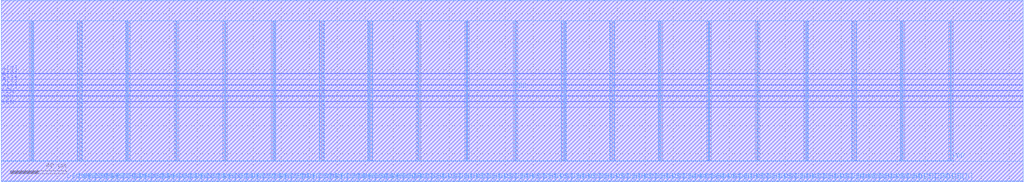
<source format=lef>
##
## LEF for PtnCells ;
## created by Innovus v15.23-s045_1 on Fri Mar 21 19:51:59 2025
##

VERSION 5.8 ;

BUSBITCHARS "[]" ;
DIVIDERCHAR "/" ;

MACRO sram_w16_out
  CLASS BLOCK ;
  SIZE 730.0000 BY 130.0000 ;
  FOREIGN sram_w16_out 0.0000 0.0000 ;
  ORIGIN 0 0 ;
  SYMMETRY X Y R90 ;
  PIN CLK
    DIRECTION INPUT ;
    USE SIGNAL ;
    PORT
      LAYER M3 ;
        RECT 0.0000 57.1500 0.5200 57.2500 ;
    END
  END CLK
  PIN D[159]
    DIRECTION INPUT ;
    USE SIGNAL ;
    PORT
      LAYER M4 ;
        RECT 46.8500 0.0000 46.9500 0.5200 ;
    END
  END D[159]
  PIN D[158]
    DIRECTION INPUT ;
    USE SIGNAL ;
    PORT
      LAYER M4 ;
        RECT 50.8500 0.0000 50.9500 0.5200 ;
    END
  END D[158]
  PIN D[157]
    DIRECTION INPUT ;
    USE SIGNAL ;
    PORT
      LAYER M4 ;
        RECT 54.8500 0.0000 54.9500 0.5200 ;
    END
  END D[157]
  PIN D[156]
    DIRECTION INPUT ;
    USE SIGNAL ;
    PORT
      LAYER M4 ;
        RECT 58.8500 0.0000 58.9500 0.5200 ;
    END
  END D[156]
  PIN D[155]
    DIRECTION INPUT ;
    USE SIGNAL ;
    PORT
      LAYER M4 ;
        RECT 62.8500 0.0000 62.9500 0.5200 ;
    END
  END D[155]
  PIN D[154]
    DIRECTION INPUT ;
    USE SIGNAL ;
    PORT
      LAYER M4 ;
        RECT 66.8500 0.0000 66.9500 0.5200 ;
    END
  END D[154]
  PIN D[153]
    DIRECTION INPUT ;
    USE SIGNAL ;
    PORT
      LAYER M4 ;
        RECT 70.8500 0.0000 70.9500 0.5200 ;
    END
  END D[153]
  PIN D[152]
    DIRECTION INPUT ;
    USE SIGNAL ;
    PORT
      LAYER M4 ;
        RECT 74.8500 0.0000 74.9500 0.5200 ;
    END
  END D[152]
  PIN D[151]
    DIRECTION INPUT ;
    USE SIGNAL ;
    PORT
      LAYER M4 ;
        RECT 78.8500 0.0000 78.9500 0.5200 ;
    END
  END D[151]
  PIN D[150]
    DIRECTION INPUT ;
    USE SIGNAL ;
    PORT
      LAYER M4 ;
        RECT 82.8500 0.0000 82.9500 0.5200 ;
    END
  END D[150]
  PIN D[149]
    DIRECTION INPUT ;
    USE SIGNAL ;
    PORT
      LAYER M4 ;
        RECT 86.8500 0.0000 86.9500 0.5200 ;
    END
  END D[149]
  PIN D[148]
    DIRECTION INPUT ;
    USE SIGNAL ;
    PORT
      LAYER M4 ;
        RECT 90.8500 0.0000 90.9500 0.5200 ;
    END
  END D[148]
  PIN D[147]
    DIRECTION INPUT ;
    USE SIGNAL ;
    PORT
      LAYER M4 ;
        RECT 94.8500 0.0000 94.9500 0.5200 ;
    END
  END D[147]
  PIN D[146]
    DIRECTION INPUT ;
    USE SIGNAL ;
    PORT
      LAYER M4 ;
        RECT 98.8500 0.0000 98.9500 0.5200 ;
    END
  END D[146]
  PIN D[145]
    DIRECTION INPUT ;
    USE SIGNAL ;
    PORT
      LAYER M4 ;
        RECT 102.8500 0.0000 102.9500 0.5200 ;
    END
  END D[145]
  PIN D[144]
    DIRECTION INPUT ;
    USE SIGNAL ;
    PORT
      LAYER M4 ;
        RECT 106.8500 0.0000 106.9500 0.5200 ;
    END
  END D[144]
  PIN D[143]
    DIRECTION INPUT ;
    USE SIGNAL ;
    PORT
      LAYER M4 ;
        RECT 110.8500 0.0000 110.9500 0.5200 ;
    END
  END D[143]
  PIN D[142]
    DIRECTION INPUT ;
    USE SIGNAL ;
    PORT
      LAYER M4 ;
        RECT 114.8500 0.0000 114.9500 0.5200 ;
    END
  END D[142]
  PIN D[141]
    DIRECTION INPUT ;
    USE SIGNAL ;
    PORT
      LAYER M4 ;
        RECT 118.8500 0.0000 118.9500 0.5200 ;
    END
  END D[141]
  PIN D[140]
    DIRECTION INPUT ;
    USE SIGNAL ;
    PORT
      LAYER M4 ;
        RECT 122.8500 0.0000 122.9500 0.5200 ;
    END
  END D[140]
  PIN D[139]
    DIRECTION INPUT ;
    USE SIGNAL ;
    PORT
      LAYER M4 ;
        RECT 126.8500 0.0000 126.9500 0.5200 ;
    END
  END D[139]
  PIN D[138]
    DIRECTION INPUT ;
    USE SIGNAL ;
    PORT
      LAYER M4 ;
        RECT 130.8500 0.0000 130.9500 0.5200 ;
    END
  END D[138]
  PIN D[137]
    DIRECTION INPUT ;
    USE SIGNAL ;
    PORT
      LAYER M4 ;
        RECT 134.8500 0.0000 134.9500 0.5200 ;
    END
  END D[137]
  PIN D[136]
    DIRECTION INPUT ;
    USE SIGNAL ;
    PORT
      LAYER M4 ;
        RECT 138.8500 0.0000 138.9500 0.5200 ;
    END
  END D[136]
  PIN D[135]
    DIRECTION INPUT ;
    USE SIGNAL ;
    PORT
      LAYER M4 ;
        RECT 142.8500 0.0000 142.9500 0.5200 ;
    END
  END D[135]
  PIN D[134]
    DIRECTION INPUT ;
    USE SIGNAL ;
    PORT
      LAYER M4 ;
        RECT 146.8500 0.0000 146.9500 0.5200 ;
    END
  END D[134]
  PIN D[133]
    DIRECTION INPUT ;
    USE SIGNAL ;
    PORT
      LAYER M4 ;
        RECT 150.8500 0.0000 150.9500 0.5200 ;
    END
  END D[133]
  PIN D[132]
    DIRECTION INPUT ;
    USE SIGNAL ;
    PORT
      LAYER M4 ;
        RECT 154.8500 0.0000 154.9500 0.5200 ;
    END
  END D[132]
  PIN D[131]
    DIRECTION INPUT ;
    USE SIGNAL ;
    PORT
      LAYER M4 ;
        RECT 158.8500 0.0000 158.9500 0.5200 ;
    END
  END D[131]
  PIN D[130]
    DIRECTION INPUT ;
    USE SIGNAL ;
    PORT
      LAYER M4 ;
        RECT 162.8500 0.0000 162.9500 0.5200 ;
    END
  END D[130]
  PIN D[129]
    DIRECTION INPUT ;
    USE SIGNAL ;
    PORT
      LAYER M4 ;
        RECT 166.8500 0.0000 166.9500 0.5200 ;
    END
  END D[129]
  PIN D[128]
    DIRECTION INPUT ;
    USE SIGNAL ;
    PORT
      LAYER M4 ;
        RECT 170.8500 0.0000 170.9500 0.5200 ;
    END
  END D[128]
  PIN D[127]
    DIRECTION INPUT ;
    USE SIGNAL ;
    PORT
      LAYER M4 ;
        RECT 174.8500 0.0000 174.9500 0.5200 ;
    END
  END D[127]
  PIN D[126]
    DIRECTION INPUT ;
    USE SIGNAL ;
    PORT
      LAYER M4 ;
        RECT 178.8500 0.0000 178.9500 0.5200 ;
    END
  END D[126]
  PIN D[125]
    DIRECTION INPUT ;
    USE SIGNAL ;
    PORT
      LAYER M4 ;
        RECT 182.8500 0.0000 182.9500 0.5200 ;
    END
  END D[125]
  PIN D[124]
    DIRECTION INPUT ;
    USE SIGNAL ;
    PORT
      LAYER M4 ;
        RECT 186.8500 0.0000 186.9500 0.5200 ;
    END
  END D[124]
  PIN D[123]
    DIRECTION INPUT ;
    USE SIGNAL ;
    PORT
      LAYER M4 ;
        RECT 190.8500 0.0000 190.9500 0.5200 ;
    END
  END D[123]
  PIN D[122]
    DIRECTION INPUT ;
    USE SIGNAL ;
    PORT
      LAYER M4 ;
        RECT 194.8500 0.0000 194.9500 0.5200 ;
    END
  END D[122]
  PIN D[121]
    DIRECTION INPUT ;
    USE SIGNAL ;
    PORT
      LAYER M4 ;
        RECT 198.8500 0.0000 198.9500 0.5200 ;
    END
  END D[121]
  PIN D[120]
    DIRECTION INPUT ;
    USE SIGNAL ;
    PORT
      LAYER M4 ;
        RECT 202.8500 0.0000 202.9500 0.5200 ;
    END
  END D[120]
  PIN D[119]
    DIRECTION INPUT ;
    USE SIGNAL ;
    PORT
      LAYER M4 ;
        RECT 206.8500 0.0000 206.9500 0.5200 ;
    END
  END D[119]
  PIN D[118]
    DIRECTION INPUT ;
    USE SIGNAL ;
    PORT
      LAYER M4 ;
        RECT 210.8500 0.0000 210.9500 0.5200 ;
    END
  END D[118]
  PIN D[117]
    DIRECTION INPUT ;
    USE SIGNAL ;
    PORT
      LAYER M4 ;
        RECT 214.8500 0.0000 214.9500 0.5200 ;
    END
  END D[117]
  PIN D[116]
    DIRECTION INPUT ;
    USE SIGNAL ;
    PORT
      LAYER M4 ;
        RECT 218.8500 0.0000 218.9500 0.5200 ;
    END
  END D[116]
  PIN D[115]
    DIRECTION INPUT ;
    USE SIGNAL ;
    PORT
      LAYER M4 ;
        RECT 222.8500 0.0000 222.9500 0.5200 ;
    END
  END D[115]
  PIN D[114]
    DIRECTION INPUT ;
    USE SIGNAL ;
    PORT
      LAYER M4 ;
        RECT 226.8500 0.0000 226.9500 0.5200 ;
    END
  END D[114]
  PIN D[113]
    DIRECTION INPUT ;
    USE SIGNAL ;
    PORT
      LAYER M4 ;
        RECT 230.8500 0.0000 230.9500 0.5200 ;
    END
  END D[113]
  PIN D[112]
    DIRECTION INPUT ;
    USE SIGNAL ;
    PORT
      LAYER M4 ;
        RECT 234.8500 0.0000 234.9500 0.5200 ;
    END
  END D[112]
  PIN D[111]
    DIRECTION INPUT ;
    USE SIGNAL ;
    PORT
      LAYER M4 ;
        RECT 238.8500 0.0000 238.9500 0.5200 ;
    END
  END D[111]
  PIN D[110]
    DIRECTION INPUT ;
    USE SIGNAL ;
    PORT
      LAYER M4 ;
        RECT 242.8500 0.0000 242.9500 0.5200 ;
    END
  END D[110]
  PIN D[109]
    DIRECTION INPUT ;
    USE SIGNAL ;
    PORT
      LAYER M4 ;
        RECT 246.8500 0.0000 246.9500 0.5200 ;
    END
  END D[109]
  PIN D[108]
    DIRECTION INPUT ;
    USE SIGNAL ;
    PORT
      LAYER M4 ;
        RECT 250.8500 0.0000 250.9500 0.5200 ;
    END
  END D[108]
  PIN D[107]
    DIRECTION INPUT ;
    USE SIGNAL ;
    PORT
      LAYER M4 ;
        RECT 254.8500 0.0000 254.9500 0.5200 ;
    END
  END D[107]
  PIN D[106]
    DIRECTION INPUT ;
    USE SIGNAL ;
    PORT
      LAYER M4 ;
        RECT 258.8500 0.0000 258.9500 0.5200 ;
    END
  END D[106]
  PIN D[105]
    DIRECTION INPUT ;
    USE SIGNAL ;
    PORT
      LAYER M4 ;
        RECT 262.8500 0.0000 262.9500 0.5200 ;
    END
  END D[105]
  PIN D[104]
    DIRECTION INPUT ;
    USE SIGNAL ;
    PORT
      LAYER M4 ;
        RECT 266.8500 0.0000 266.9500 0.5200 ;
    END
  END D[104]
  PIN D[103]
    DIRECTION INPUT ;
    USE SIGNAL ;
    PORT
      LAYER M4 ;
        RECT 270.8500 0.0000 270.9500 0.5200 ;
    END
  END D[103]
  PIN D[102]
    DIRECTION INPUT ;
    USE SIGNAL ;
    PORT
      LAYER M4 ;
        RECT 274.8500 0.0000 274.9500 0.5200 ;
    END
  END D[102]
  PIN D[101]
    DIRECTION INPUT ;
    USE SIGNAL ;
    PORT
      LAYER M4 ;
        RECT 278.8500 0.0000 278.9500 0.5200 ;
    END
  END D[101]
  PIN D[100]
    DIRECTION INPUT ;
    USE SIGNAL ;
    PORT
      LAYER M4 ;
        RECT 282.8500 0.0000 282.9500 0.5200 ;
    END
  END D[100]
  PIN D[99]
    DIRECTION INPUT ;
    USE SIGNAL ;
    PORT
      LAYER M4 ;
        RECT 286.8500 0.0000 286.9500 0.5200 ;
    END
  END D[99]
  PIN D[98]
    DIRECTION INPUT ;
    USE SIGNAL ;
    PORT
      LAYER M4 ;
        RECT 290.8500 0.0000 290.9500 0.5200 ;
    END
  END D[98]
  PIN D[97]
    DIRECTION INPUT ;
    USE SIGNAL ;
    PORT
      LAYER M4 ;
        RECT 294.8500 0.0000 294.9500 0.5200 ;
    END
  END D[97]
  PIN D[96]
    DIRECTION INPUT ;
    USE SIGNAL ;
    PORT
      LAYER M4 ;
        RECT 298.8500 0.0000 298.9500 0.5200 ;
    END
  END D[96]
  PIN D[95]
    DIRECTION INPUT ;
    USE SIGNAL ;
    PORT
      LAYER M4 ;
        RECT 302.8500 0.0000 302.9500 0.5200 ;
    END
  END D[95]
  PIN D[94]
    DIRECTION INPUT ;
    USE SIGNAL ;
    PORT
      LAYER M4 ;
        RECT 306.8500 0.0000 306.9500 0.5200 ;
    END
  END D[94]
  PIN D[93]
    DIRECTION INPUT ;
    USE SIGNAL ;
    PORT
      LAYER M4 ;
        RECT 310.8500 0.0000 310.9500 0.5200 ;
    END
  END D[93]
  PIN D[92]
    DIRECTION INPUT ;
    USE SIGNAL ;
    PORT
      LAYER M4 ;
        RECT 314.8500 0.0000 314.9500 0.5200 ;
    END
  END D[92]
  PIN D[91]
    DIRECTION INPUT ;
    USE SIGNAL ;
    PORT
      LAYER M4 ;
        RECT 318.8500 0.0000 318.9500 0.5200 ;
    END
  END D[91]
  PIN D[90]
    DIRECTION INPUT ;
    USE SIGNAL ;
    PORT
      LAYER M4 ;
        RECT 322.8500 0.0000 322.9500 0.5200 ;
    END
  END D[90]
  PIN D[89]
    DIRECTION INPUT ;
    USE SIGNAL ;
    PORT
      LAYER M4 ;
        RECT 326.8500 0.0000 326.9500 0.5200 ;
    END
  END D[89]
  PIN D[88]
    DIRECTION INPUT ;
    USE SIGNAL ;
    PORT
      LAYER M4 ;
        RECT 330.8500 0.0000 330.9500 0.5200 ;
    END
  END D[88]
  PIN D[87]
    DIRECTION INPUT ;
    USE SIGNAL ;
    PORT
      LAYER M4 ;
        RECT 334.8500 0.0000 334.9500 0.5200 ;
    END
  END D[87]
  PIN D[86]
    DIRECTION INPUT ;
    USE SIGNAL ;
    PORT
      LAYER M4 ;
        RECT 338.8500 0.0000 338.9500 0.5200 ;
    END
  END D[86]
  PIN D[85]
    DIRECTION INPUT ;
    USE SIGNAL ;
    PORT
      LAYER M4 ;
        RECT 342.8500 0.0000 342.9500 0.5200 ;
    END
  END D[85]
  PIN D[84]
    DIRECTION INPUT ;
    USE SIGNAL ;
    PORT
      LAYER M4 ;
        RECT 346.8500 0.0000 346.9500 0.5200 ;
    END
  END D[84]
  PIN D[83]
    DIRECTION INPUT ;
    USE SIGNAL ;
    PORT
      LAYER M4 ;
        RECT 350.8500 0.0000 350.9500 0.5200 ;
    END
  END D[83]
  PIN D[82]
    DIRECTION INPUT ;
    USE SIGNAL ;
    PORT
      LAYER M4 ;
        RECT 354.8500 0.0000 354.9500 0.5200 ;
    END
  END D[82]
  PIN D[81]
    DIRECTION INPUT ;
    USE SIGNAL ;
    PORT
      LAYER M4 ;
        RECT 358.8500 0.0000 358.9500 0.5200 ;
    END
  END D[81]
  PIN D[80]
    DIRECTION INPUT ;
    USE SIGNAL ;
    PORT
      LAYER M4 ;
        RECT 362.8500 0.0000 362.9500 0.5200 ;
    END
  END D[80]
  PIN D[79]
    DIRECTION INPUT ;
    USE SIGNAL ;
    PORT
      LAYER M4 ;
        RECT 366.8500 0.0000 366.9500 0.5200 ;
    END
  END D[79]
  PIN D[78]
    DIRECTION INPUT ;
    USE SIGNAL ;
    PORT
      LAYER M4 ;
        RECT 370.8500 0.0000 370.9500 0.5200 ;
    END
  END D[78]
  PIN D[77]
    DIRECTION INPUT ;
    USE SIGNAL ;
    PORT
      LAYER M4 ;
        RECT 374.8500 0.0000 374.9500 0.5200 ;
    END
  END D[77]
  PIN D[76]
    DIRECTION INPUT ;
    USE SIGNAL ;
    PORT
      LAYER M4 ;
        RECT 378.8500 0.0000 378.9500 0.5200 ;
    END
  END D[76]
  PIN D[75]
    DIRECTION INPUT ;
    USE SIGNAL ;
    PORT
      LAYER M4 ;
        RECT 382.8500 0.0000 382.9500 0.5200 ;
    END
  END D[75]
  PIN D[74]
    DIRECTION INPUT ;
    USE SIGNAL ;
    PORT
      LAYER M4 ;
        RECT 386.8500 0.0000 386.9500 0.5200 ;
    END
  END D[74]
  PIN D[73]
    DIRECTION INPUT ;
    USE SIGNAL ;
    PORT
      LAYER M4 ;
        RECT 390.8500 0.0000 390.9500 0.5200 ;
    END
  END D[73]
  PIN D[72]
    DIRECTION INPUT ;
    USE SIGNAL ;
    PORT
      LAYER M4 ;
        RECT 394.8500 0.0000 394.9500 0.5200 ;
    END
  END D[72]
  PIN D[71]
    DIRECTION INPUT ;
    USE SIGNAL ;
    PORT
      LAYER M4 ;
        RECT 398.8500 0.0000 398.9500 0.5200 ;
    END
  END D[71]
  PIN D[70]
    DIRECTION INPUT ;
    USE SIGNAL ;
    PORT
      LAYER M4 ;
        RECT 402.8500 0.0000 402.9500 0.5200 ;
    END
  END D[70]
  PIN D[69]
    DIRECTION INPUT ;
    USE SIGNAL ;
    PORT
      LAYER M4 ;
        RECT 406.8500 0.0000 406.9500 0.5200 ;
    END
  END D[69]
  PIN D[68]
    DIRECTION INPUT ;
    USE SIGNAL ;
    PORT
      LAYER M4 ;
        RECT 410.8500 0.0000 410.9500 0.5200 ;
    END
  END D[68]
  PIN D[67]
    DIRECTION INPUT ;
    USE SIGNAL ;
    PORT
      LAYER M4 ;
        RECT 414.8500 0.0000 414.9500 0.5200 ;
    END
  END D[67]
  PIN D[66]
    DIRECTION INPUT ;
    USE SIGNAL ;
    PORT
      LAYER M4 ;
        RECT 418.8500 0.0000 418.9500 0.5200 ;
    END
  END D[66]
  PIN D[65]
    DIRECTION INPUT ;
    USE SIGNAL ;
    PORT
      LAYER M4 ;
        RECT 422.8500 0.0000 422.9500 0.5200 ;
    END
  END D[65]
  PIN D[64]
    DIRECTION INPUT ;
    USE SIGNAL ;
    PORT
      LAYER M4 ;
        RECT 426.8500 0.0000 426.9500 0.5200 ;
    END
  END D[64]
  PIN D[63]
    DIRECTION INPUT ;
    USE SIGNAL ;
    PORT
      LAYER M4 ;
        RECT 430.8500 0.0000 430.9500 0.5200 ;
    END
  END D[63]
  PIN D[62]
    DIRECTION INPUT ;
    USE SIGNAL ;
    PORT
      LAYER M4 ;
        RECT 434.8500 0.0000 434.9500 0.5200 ;
    END
  END D[62]
  PIN D[61]
    DIRECTION INPUT ;
    USE SIGNAL ;
    PORT
      LAYER M4 ;
        RECT 438.8500 0.0000 438.9500 0.5200 ;
    END
  END D[61]
  PIN D[60]
    DIRECTION INPUT ;
    USE SIGNAL ;
    PORT
      LAYER M4 ;
        RECT 442.8500 0.0000 442.9500 0.5200 ;
    END
  END D[60]
  PIN D[59]
    DIRECTION INPUT ;
    USE SIGNAL ;
    PORT
      LAYER M4 ;
        RECT 446.8500 0.0000 446.9500 0.5200 ;
    END
  END D[59]
  PIN D[58]
    DIRECTION INPUT ;
    USE SIGNAL ;
    PORT
      LAYER M4 ;
        RECT 450.8500 0.0000 450.9500 0.5200 ;
    END
  END D[58]
  PIN D[57]
    DIRECTION INPUT ;
    USE SIGNAL ;
    PORT
      LAYER M4 ;
        RECT 454.8500 0.0000 454.9500 0.5200 ;
    END
  END D[57]
  PIN D[56]
    DIRECTION INPUT ;
    USE SIGNAL ;
    PORT
      LAYER M4 ;
        RECT 458.8500 0.0000 458.9500 0.5200 ;
    END
  END D[56]
  PIN D[55]
    DIRECTION INPUT ;
    USE SIGNAL ;
    PORT
      LAYER M4 ;
        RECT 462.8500 0.0000 462.9500 0.5200 ;
    END
  END D[55]
  PIN D[54]
    DIRECTION INPUT ;
    USE SIGNAL ;
    PORT
      LAYER M4 ;
        RECT 466.8500 0.0000 466.9500 0.5200 ;
    END
  END D[54]
  PIN D[53]
    DIRECTION INPUT ;
    USE SIGNAL ;
    PORT
      LAYER M4 ;
        RECT 470.8500 0.0000 470.9500 0.5200 ;
    END
  END D[53]
  PIN D[52]
    DIRECTION INPUT ;
    USE SIGNAL ;
    PORT
      LAYER M4 ;
        RECT 474.8500 0.0000 474.9500 0.5200 ;
    END
  END D[52]
  PIN D[51]
    DIRECTION INPUT ;
    USE SIGNAL ;
    PORT
      LAYER M4 ;
        RECT 478.8500 0.0000 478.9500 0.5200 ;
    END
  END D[51]
  PIN D[50]
    DIRECTION INPUT ;
    USE SIGNAL ;
    PORT
      LAYER M4 ;
        RECT 482.8500 0.0000 482.9500 0.5200 ;
    END
  END D[50]
  PIN D[49]
    DIRECTION INPUT ;
    USE SIGNAL ;
    PORT
      LAYER M4 ;
        RECT 486.8500 0.0000 486.9500 0.5200 ;
    END
  END D[49]
  PIN D[48]
    DIRECTION INPUT ;
    USE SIGNAL ;
    PORT
      LAYER M4 ;
        RECT 490.8500 0.0000 490.9500 0.5200 ;
    END
  END D[48]
  PIN D[47]
    DIRECTION INPUT ;
    USE SIGNAL ;
    PORT
      LAYER M4 ;
        RECT 494.8500 0.0000 494.9500 0.5200 ;
    END
  END D[47]
  PIN D[46]
    DIRECTION INPUT ;
    USE SIGNAL ;
    PORT
      LAYER M4 ;
        RECT 498.8500 0.0000 498.9500 0.5200 ;
    END
  END D[46]
  PIN D[45]
    DIRECTION INPUT ;
    USE SIGNAL ;
    PORT
      LAYER M4 ;
        RECT 502.8500 0.0000 502.9500 0.5200 ;
    END
  END D[45]
  PIN D[44]
    DIRECTION INPUT ;
    USE SIGNAL ;
    PORT
      LAYER M4 ;
        RECT 506.8500 0.0000 506.9500 0.5200 ;
    END
  END D[44]
  PIN D[43]
    DIRECTION INPUT ;
    USE SIGNAL ;
    PORT
      LAYER M4 ;
        RECT 510.8500 0.0000 510.9500 0.5200 ;
    END
  END D[43]
  PIN D[42]
    DIRECTION INPUT ;
    USE SIGNAL ;
    PORT
      LAYER M4 ;
        RECT 514.8500 0.0000 514.9500 0.5200 ;
    END
  END D[42]
  PIN D[41]
    DIRECTION INPUT ;
    USE SIGNAL ;
    PORT
      LAYER M4 ;
        RECT 518.8500 0.0000 518.9500 0.5200 ;
    END
  END D[41]
  PIN D[40]
    DIRECTION INPUT ;
    USE SIGNAL ;
    PORT
      LAYER M4 ;
        RECT 522.8500 0.0000 522.9500 0.5200 ;
    END
  END D[40]
  PIN D[39]
    DIRECTION INPUT ;
    USE SIGNAL ;
    PORT
      LAYER M4 ;
        RECT 526.8500 0.0000 526.9500 0.5200 ;
    END
  END D[39]
  PIN D[38]
    DIRECTION INPUT ;
    USE SIGNAL ;
    PORT
      LAYER M4 ;
        RECT 530.8500 0.0000 530.9500 0.5200 ;
    END
  END D[38]
  PIN D[37]
    DIRECTION INPUT ;
    USE SIGNAL ;
    PORT
      LAYER M4 ;
        RECT 534.8500 0.0000 534.9500 0.5200 ;
    END
  END D[37]
  PIN D[36]
    DIRECTION INPUT ;
    USE SIGNAL ;
    PORT
      LAYER M4 ;
        RECT 538.8500 0.0000 538.9500 0.5200 ;
    END
  END D[36]
  PIN D[35]
    DIRECTION INPUT ;
    USE SIGNAL ;
    PORT
      LAYER M4 ;
        RECT 542.8500 0.0000 542.9500 0.5200 ;
    END
  END D[35]
  PIN D[34]
    DIRECTION INPUT ;
    USE SIGNAL ;
    PORT
      LAYER M4 ;
        RECT 546.8500 0.0000 546.9500 0.5200 ;
    END
  END D[34]
  PIN D[33]
    DIRECTION INPUT ;
    USE SIGNAL ;
    PORT
      LAYER M4 ;
        RECT 550.8500 0.0000 550.9500 0.5200 ;
    END
  END D[33]
  PIN D[32]
    DIRECTION INPUT ;
    USE SIGNAL ;
    PORT
      LAYER M4 ;
        RECT 554.8500 0.0000 554.9500 0.5200 ;
    END
  END D[32]
  PIN D[31]
    DIRECTION INPUT ;
    USE SIGNAL ;
    PORT
      LAYER M4 ;
        RECT 558.8500 0.0000 558.9500 0.5200 ;
    END
  END D[31]
  PIN D[30]
    DIRECTION INPUT ;
    USE SIGNAL ;
    PORT
      LAYER M4 ;
        RECT 562.8500 0.0000 562.9500 0.5200 ;
    END
  END D[30]
  PIN D[29]
    DIRECTION INPUT ;
    USE SIGNAL ;
    PORT
      LAYER M4 ;
        RECT 566.8500 0.0000 566.9500 0.5200 ;
    END
  END D[29]
  PIN D[28]
    DIRECTION INPUT ;
    USE SIGNAL ;
    PORT
      LAYER M4 ;
        RECT 570.8500 0.0000 570.9500 0.5200 ;
    END
  END D[28]
  PIN D[27]
    DIRECTION INPUT ;
    USE SIGNAL ;
    PORT
      LAYER M4 ;
        RECT 574.8500 0.0000 574.9500 0.5200 ;
    END
  END D[27]
  PIN D[26]
    DIRECTION INPUT ;
    USE SIGNAL ;
    PORT
      LAYER M4 ;
        RECT 578.8500 0.0000 578.9500 0.5200 ;
    END
  END D[26]
  PIN D[25]
    DIRECTION INPUT ;
    USE SIGNAL ;
    PORT
      LAYER M4 ;
        RECT 582.8500 0.0000 582.9500 0.5200 ;
    END
  END D[25]
  PIN D[24]
    DIRECTION INPUT ;
    USE SIGNAL ;
    PORT
      LAYER M4 ;
        RECT 586.8500 0.0000 586.9500 0.5200 ;
    END
  END D[24]
  PIN D[23]
    DIRECTION INPUT ;
    USE SIGNAL ;
    PORT
      LAYER M4 ;
        RECT 590.8500 0.0000 590.9500 0.5200 ;
    END
  END D[23]
  PIN D[22]
    DIRECTION INPUT ;
    USE SIGNAL ;
    PORT
      LAYER M4 ;
        RECT 594.8500 0.0000 594.9500 0.5200 ;
    END
  END D[22]
  PIN D[21]
    DIRECTION INPUT ;
    USE SIGNAL ;
    PORT
      LAYER M4 ;
        RECT 598.8500 0.0000 598.9500 0.5200 ;
    END
  END D[21]
  PIN D[20]
    DIRECTION INPUT ;
    USE SIGNAL ;
    PORT
      LAYER M4 ;
        RECT 602.8500 0.0000 602.9500 0.5200 ;
    END
  END D[20]
  PIN D[19]
    DIRECTION INPUT ;
    USE SIGNAL ;
    PORT
      LAYER M4 ;
        RECT 606.8500 0.0000 606.9500 0.5200 ;
    END
  END D[19]
  PIN D[18]
    DIRECTION INPUT ;
    USE SIGNAL ;
    PORT
      LAYER M4 ;
        RECT 610.8500 0.0000 610.9500 0.5200 ;
    END
  END D[18]
  PIN D[17]
    DIRECTION INPUT ;
    USE SIGNAL ;
    PORT
      LAYER M4 ;
        RECT 614.8500 0.0000 614.9500 0.5200 ;
    END
  END D[17]
  PIN D[16]
    DIRECTION INPUT ;
    USE SIGNAL ;
    PORT
      LAYER M4 ;
        RECT 618.8500 0.0000 618.9500 0.5200 ;
    END
  END D[16]
  PIN D[15]
    DIRECTION INPUT ;
    USE SIGNAL ;
    PORT
      LAYER M4 ;
        RECT 622.8500 0.0000 622.9500 0.5200 ;
    END
  END D[15]
  PIN D[14]
    DIRECTION INPUT ;
    USE SIGNAL ;
    PORT
      LAYER M4 ;
        RECT 626.8500 0.0000 626.9500 0.5200 ;
    END
  END D[14]
  PIN D[13]
    DIRECTION INPUT ;
    USE SIGNAL ;
    PORT
      LAYER M4 ;
        RECT 630.8500 0.0000 630.9500 0.5200 ;
    END
  END D[13]
  PIN D[12]
    DIRECTION INPUT ;
    USE SIGNAL ;
    PORT
      LAYER M4 ;
        RECT 634.8500 0.0000 634.9500 0.5200 ;
    END
  END D[12]
  PIN D[11]
    DIRECTION INPUT ;
    USE SIGNAL ;
    PORT
      LAYER M4 ;
        RECT 638.8500 0.0000 638.9500 0.5200 ;
    END
  END D[11]
  PIN D[10]
    DIRECTION INPUT ;
    USE SIGNAL ;
    PORT
      LAYER M4 ;
        RECT 642.8500 0.0000 642.9500 0.5200 ;
    END
  END D[10]
  PIN D[9]
    DIRECTION INPUT ;
    USE SIGNAL ;
    PORT
      LAYER M4 ;
        RECT 646.8500 0.0000 646.9500 0.5200 ;
    END
  END D[9]
  PIN D[8]
    DIRECTION INPUT ;
    USE SIGNAL ;
    PORT
      LAYER M4 ;
        RECT 650.8500 0.0000 650.9500 0.5200 ;
    END
  END D[8]
  PIN D[7]
    DIRECTION INPUT ;
    USE SIGNAL ;
    PORT
      LAYER M4 ;
        RECT 654.8500 0.0000 654.9500 0.5200 ;
    END
  END D[7]
  PIN D[6]
    DIRECTION INPUT ;
    USE SIGNAL ;
    PORT
      LAYER M4 ;
        RECT 658.8500 0.0000 658.9500 0.5200 ;
    END
  END D[6]
  PIN D[5]
    DIRECTION INPUT ;
    USE SIGNAL ;
    PORT
      LAYER M4 ;
        RECT 662.8500 0.0000 662.9500 0.5200 ;
    END
  END D[5]
  PIN D[4]
    DIRECTION INPUT ;
    USE SIGNAL ;
    PORT
      LAYER M4 ;
        RECT 666.8500 0.0000 666.9500 0.5200 ;
    END
  END D[4]
  PIN D[3]
    DIRECTION INPUT ;
    USE SIGNAL ;
    PORT
      LAYER M4 ;
        RECT 670.8500 0.0000 670.9500 0.5200 ;
    END
  END D[3]
  PIN D[2]
    DIRECTION INPUT ;
    USE SIGNAL ;
    PORT
      LAYER M4 ;
        RECT 674.8500 0.0000 674.9500 0.5200 ;
    END
  END D[2]
  PIN D[1]
    DIRECTION INPUT ;
    USE SIGNAL ;
    PORT
      LAYER M4 ;
        RECT 678.8500 0.0000 678.9500 0.5200 ;
    END
  END D[1]
  PIN D[0]
    DIRECTION INPUT ;
    USE SIGNAL ;
    PORT
      LAYER M4 ;
        RECT 682.8500 0.0000 682.9500 0.5200 ;
    END
  END D[0]
  PIN Q[159]
    DIRECTION OUTPUT ;
    USE SIGNAL ;
    PORT
      LAYER M4 ;
        RECT 46.8500 129.4800 46.9500 130.0000 ;
    END
  END Q[159]
  PIN Q[158]
    DIRECTION OUTPUT ;
    USE SIGNAL ;
    PORT
      LAYER M4 ;
        RECT 50.8500 129.4800 50.9500 130.0000 ;
    END
  END Q[158]
  PIN Q[157]
    DIRECTION OUTPUT ;
    USE SIGNAL ;
    PORT
      LAYER M4 ;
        RECT 54.8500 129.4800 54.9500 130.0000 ;
    END
  END Q[157]
  PIN Q[156]
    DIRECTION OUTPUT ;
    USE SIGNAL ;
    PORT
      LAYER M4 ;
        RECT 58.8500 129.4800 58.9500 130.0000 ;
    END
  END Q[156]
  PIN Q[155]
    DIRECTION OUTPUT ;
    USE SIGNAL ;
    PORT
      LAYER M4 ;
        RECT 62.8500 129.4800 62.9500 130.0000 ;
    END
  END Q[155]
  PIN Q[154]
    DIRECTION OUTPUT ;
    USE SIGNAL ;
    PORT
      LAYER M4 ;
        RECT 66.8500 129.4800 66.9500 130.0000 ;
    END
  END Q[154]
  PIN Q[153]
    DIRECTION OUTPUT ;
    USE SIGNAL ;
    PORT
      LAYER M4 ;
        RECT 70.8500 129.4800 70.9500 130.0000 ;
    END
  END Q[153]
  PIN Q[152]
    DIRECTION OUTPUT ;
    USE SIGNAL ;
    PORT
      LAYER M4 ;
        RECT 74.8500 129.4800 74.9500 130.0000 ;
    END
  END Q[152]
  PIN Q[151]
    DIRECTION OUTPUT ;
    USE SIGNAL ;
    PORT
      LAYER M4 ;
        RECT 78.8500 129.4800 78.9500 130.0000 ;
    END
  END Q[151]
  PIN Q[150]
    DIRECTION OUTPUT ;
    USE SIGNAL ;
    PORT
      LAYER M4 ;
        RECT 82.8500 129.4800 82.9500 130.0000 ;
    END
  END Q[150]
  PIN Q[149]
    DIRECTION OUTPUT ;
    USE SIGNAL ;
    PORT
      LAYER M4 ;
        RECT 86.8500 129.4800 86.9500 130.0000 ;
    END
  END Q[149]
  PIN Q[148]
    DIRECTION OUTPUT ;
    USE SIGNAL ;
    PORT
      LAYER M4 ;
        RECT 90.8500 129.4800 90.9500 130.0000 ;
    END
  END Q[148]
  PIN Q[147]
    DIRECTION OUTPUT ;
    USE SIGNAL ;
    PORT
      LAYER M4 ;
        RECT 94.8500 129.4800 94.9500 130.0000 ;
    END
  END Q[147]
  PIN Q[146]
    DIRECTION OUTPUT ;
    USE SIGNAL ;
    PORT
      LAYER M4 ;
        RECT 98.8500 129.4800 98.9500 130.0000 ;
    END
  END Q[146]
  PIN Q[145]
    DIRECTION OUTPUT ;
    USE SIGNAL ;
    PORT
      LAYER M4 ;
        RECT 102.8500 129.4800 102.9500 130.0000 ;
    END
  END Q[145]
  PIN Q[144]
    DIRECTION OUTPUT ;
    USE SIGNAL ;
    PORT
      LAYER M4 ;
        RECT 106.8500 129.4800 106.9500 130.0000 ;
    END
  END Q[144]
  PIN Q[143]
    DIRECTION OUTPUT ;
    USE SIGNAL ;
    PORT
      LAYER M4 ;
        RECT 110.8500 129.4800 110.9500 130.0000 ;
    END
  END Q[143]
  PIN Q[142]
    DIRECTION OUTPUT ;
    USE SIGNAL ;
    PORT
      LAYER M4 ;
        RECT 114.8500 129.4800 114.9500 130.0000 ;
    END
  END Q[142]
  PIN Q[141]
    DIRECTION OUTPUT ;
    USE SIGNAL ;
    PORT
      LAYER M4 ;
        RECT 118.8500 129.4800 118.9500 130.0000 ;
    END
  END Q[141]
  PIN Q[140]
    DIRECTION OUTPUT ;
    USE SIGNAL ;
    PORT
      LAYER M4 ;
        RECT 122.8500 129.4800 122.9500 130.0000 ;
    END
  END Q[140]
  PIN Q[139]
    DIRECTION OUTPUT ;
    USE SIGNAL ;
    PORT
      LAYER M4 ;
        RECT 126.8500 129.4800 126.9500 130.0000 ;
    END
  END Q[139]
  PIN Q[138]
    DIRECTION OUTPUT ;
    USE SIGNAL ;
    PORT
      LAYER M4 ;
        RECT 130.8500 129.4800 130.9500 130.0000 ;
    END
  END Q[138]
  PIN Q[137]
    DIRECTION OUTPUT ;
    USE SIGNAL ;
    PORT
      LAYER M4 ;
        RECT 134.8500 129.4800 134.9500 130.0000 ;
    END
  END Q[137]
  PIN Q[136]
    DIRECTION OUTPUT ;
    USE SIGNAL ;
    PORT
      LAYER M4 ;
        RECT 138.8500 129.4800 138.9500 130.0000 ;
    END
  END Q[136]
  PIN Q[135]
    DIRECTION OUTPUT ;
    USE SIGNAL ;
    PORT
      LAYER M4 ;
        RECT 142.8500 129.4800 142.9500 130.0000 ;
    END
  END Q[135]
  PIN Q[134]
    DIRECTION OUTPUT ;
    USE SIGNAL ;
    PORT
      LAYER M4 ;
        RECT 146.8500 129.4800 146.9500 130.0000 ;
    END
  END Q[134]
  PIN Q[133]
    DIRECTION OUTPUT ;
    USE SIGNAL ;
    PORT
      LAYER M4 ;
        RECT 150.8500 129.4800 150.9500 130.0000 ;
    END
  END Q[133]
  PIN Q[132]
    DIRECTION OUTPUT ;
    USE SIGNAL ;
    PORT
      LAYER M4 ;
        RECT 154.8500 129.4800 154.9500 130.0000 ;
    END
  END Q[132]
  PIN Q[131]
    DIRECTION OUTPUT ;
    USE SIGNAL ;
    PORT
      LAYER M4 ;
        RECT 158.8500 129.4800 158.9500 130.0000 ;
    END
  END Q[131]
  PIN Q[130]
    DIRECTION OUTPUT ;
    USE SIGNAL ;
    PORT
      LAYER M4 ;
        RECT 162.8500 129.4800 162.9500 130.0000 ;
    END
  END Q[130]
  PIN Q[129]
    DIRECTION OUTPUT ;
    USE SIGNAL ;
    PORT
      LAYER M4 ;
        RECT 166.8500 129.4800 166.9500 130.0000 ;
    END
  END Q[129]
  PIN Q[128]
    DIRECTION OUTPUT ;
    USE SIGNAL ;
    PORT
      LAYER M4 ;
        RECT 170.8500 129.4800 170.9500 130.0000 ;
    END
  END Q[128]
  PIN Q[127]
    DIRECTION OUTPUT ;
    USE SIGNAL ;
    PORT
      LAYER M4 ;
        RECT 174.8500 129.4800 174.9500 130.0000 ;
    END
  END Q[127]
  PIN Q[126]
    DIRECTION OUTPUT ;
    USE SIGNAL ;
    PORT
      LAYER M4 ;
        RECT 178.8500 129.4800 178.9500 130.0000 ;
    END
  END Q[126]
  PIN Q[125]
    DIRECTION OUTPUT ;
    USE SIGNAL ;
    PORT
      LAYER M4 ;
        RECT 182.8500 129.4800 182.9500 130.0000 ;
    END
  END Q[125]
  PIN Q[124]
    DIRECTION OUTPUT ;
    USE SIGNAL ;
    PORT
      LAYER M4 ;
        RECT 186.8500 129.4800 186.9500 130.0000 ;
    END
  END Q[124]
  PIN Q[123]
    DIRECTION OUTPUT ;
    USE SIGNAL ;
    PORT
      LAYER M4 ;
        RECT 190.8500 129.4800 190.9500 130.0000 ;
    END
  END Q[123]
  PIN Q[122]
    DIRECTION OUTPUT ;
    USE SIGNAL ;
    PORT
      LAYER M4 ;
        RECT 194.8500 129.4800 194.9500 130.0000 ;
    END
  END Q[122]
  PIN Q[121]
    DIRECTION OUTPUT ;
    USE SIGNAL ;
    PORT
      LAYER M4 ;
        RECT 198.8500 129.4800 198.9500 130.0000 ;
    END
  END Q[121]
  PIN Q[120]
    DIRECTION OUTPUT ;
    USE SIGNAL ;
    PORT
      LAYER M4 ;
        RECT 202.8500 129.4800 202.9500 130.0000 ;
    END
  END Q[120]
  PIN Q[119]
    DIRECTION OUTPUT ;
    USE SIGNAL ;
    PORT
      LAYER M4 ;
        RECT 206.8500 129.4800 206.9500 130.0000 ;
    END
  END Q[119]
  PIN Q[118]
    DIRECTION OUTPUT ;
    USE SIGNAL ;
    PORT
      LAYER M4 ;
        RECT 210.8500 129.4800 210.9500 130.0000 ;
    END
  END Q[118]
  PIN Q[117]
    DIRECTION OUTPUT ;
    USE SIGNAL ;
    PORT
      LAYER M4 ;
        RECT 214.8500 129.4800 214.9500 130.0000 ;
    END
  END Q[117]
  PIN Q[116]
    DIRECTION OUTPUT ;
    USE SIGNAL ;
    PORT
      LAYER M4 ;
        RECT 218.8500 129.4800 218.9500 130.0000 ;
    END
  END Q[116]
  PIN Q[115]
    DIRECTION OUTPUT ;
    USE SIGNAL ;
    PORT
      LAYER M4 ;
        RECT 222.8500 129.4800 222.9500 130.0000 ;
    END
  END Q[115]
  PIN Q[114]
    DIRECTION OUTPUT ;
    USE SIGNAL ;
    PORT
      LAYER M4 ;
        RECT 226.8500 129.4800 226.9500 130.0000 ;
    END
  END Q[114]
  PIN Q[113]
    DIRECTION OUTPUT ;
    USE SIGNAL ;
    PORT
      LAYER M4 ;
        RECT 230.8500 129.4800 230.9500 130.0000 ;
    END
  END Q[113]
  PIN Q[112]
    DIRECTION OUTPUT ;
    USE SIGNAL ;
    PORT
      LAYER M4 ;
        RECT 234.8500 129.4800 234.9500 130.0000 ;
    END
  END Q[112]
  PIN Q[111]
    DIRECTION OUTPUT ;
    USE SIGNAL ;
    PORT
      LAYER M4 ;
        RECT 238.8500 129.4800 238.9500 130.0000 ;
    END
  END Q[111]
  PIN Q[110]
    DIRECTION OUTPUT ;
    USE SIGNAL ;
    PORT
      LAYER M4 ;
        RECT 242.8500 129.4800 242.9500 130.0000 ;
    END
  END Q[110]
  PIN Q[109]
    DIRECTION OUTPUT ;
    USE SIGNAL ;
    PORT
      LAYER M4 ;
        RECT 246.8500 129.4800 246.9500 130.0000 ;
    END
  END Q[109]
  PIN Q[108]
    DIRECTION OUTPUT ;
    USE SIGNAL ;
    PORT
      LAYER M4 ;
        RECT 250.8500 129.4800 250.9500 130.0000 ;
    END
  END Q[108]
  PIN Q[107]
    DIRECTION OUTPUT ;
    USE SIGNAL ;
    PORT
      LAYER M4 ;
        RECT 254.8500 129.4800 254.9500 130.0000 ;
    END
  END Q[107]
  PIN Q[106]
    DIRECTION OUTPUT ;
    USE SIGNAL ;
    PORT
      LAYER M4 ;
        RECT 258.8500 129.4800 258.9500 130.0000 ;
    END
  END Q[106]
  PIN Q[105]
    DIRECTION OUTPUT ;
    USE SIGNAL ;
    PORT
      LAYER M4 ;
        RECT 262.8500 129.4800 262.9500 130.0000 ;
    END
  END Q[105]
  PIN Q[104]
    DIRECTION OUTPUT ;
    USE SIGNAL ;
    PORT
      LAYER M4 ;
        RECT 266.8500 129.4800 266.9500 130.0000 ;
    END
  END Q[104]
  PIN Q[103]
    DIRECTION OUTPUT ;
    USE SIGNAL ;
    PORT
      LAYER M4 ;
        RECT 270.8500 129.4800 270.9500 130.0000 ;
    END
  END Q[103]
  PIN Q[102]
    DIRECTION OUTPUT ;
    USE SIGNAL ;
    PORT
      LAYER M4 ;
        RECT 274.8500 129.4800 274.9500 130.0000 ;
    END
  END Q[102]
  PIN Q[101]
    DIRECTION OUTPUT ;
    USE SIGNAL ;
    PORT
      LAYER M4 ;
        RECT 278.8500 129.4800 278.9500 130.0000 ;
    END
  END Q[101]
  PIN Q[100]
    DIRECTION OUTPUT ;
    USE SIGNAL ;
    PORT
      LAYER M4 ;
        RECT 282.8500 129.4800 282.9500 130.0000 ;
    END
  END Q[100]
  PIN Q[99]
    DIRECTION OUTPUT ;
    USE SIGNAL ;
    PORT
      LAYER M4 ;
        RECT 286.8500 129.4800 286.9500 130.0000 ;
    END
  END Q[99]
  PIN Q[98]
    DIRECTION OUTPUT ;
    USE SIGNAL ;
    PORT
      LAYER M4 ;
        RECT 290.8500 129.4800 290.9500 130.0000 ;
    END
  END Q[98]
  PIN Q[97]
    DIRECTION OUTPUT ;
    USE SIGNAL ;
    PORT
      LAYER M4 ;
        RECT 294.8500 129.4800 294.9500 130.0000 ;
    END
  END Q[97]
  PIN Q[96]
    DIRECTION OUTPUT ;
    USE SIGNAL ;
    PORT
      LAYER M4 ;
        RECT 298.8500 129.4800 298.9500 130.0000 ;
    END
  END Q[96]
  PIN Q[95]
    DIRECTION OUTPUT ;
    USE SIGNAL ;
    PORT
      LAYER M4 ;
        RECT 302.8500 129.4800 302.9500 130.0000 ;
    END
  END Q[95]
  PIN Q[94]
    DIRECTION OUTPUT ;
    USE SIGNAL ;
    PORT
      LAYER M4 ;
        RECT 306.8500 129.4800 306.9500 130.0000 ;
    END
  END Q[94]
  PIN Q[93]
    DIRECTION OUTPUT ;
    USE SIGNAL ;
    PORT
      LAYER M4 ;
        RECT 310.8500 129.4800 310.9500 130.0000 ;
    END
  END Q[93]
  PIN Q[92]
    DIRECTION OUTPUT ;
    USE SIGNAL ;
    PORT
      LAYER M4 ;
        RECT 314.8500 129.4800 314.9500 130.0000 ;
    END
  END Q[92]
  PIN Q[91]
    DIRECTION OUTPUT ;
    USE SIGNAL ;
    PORT
      LAYER M4 ;
        RECT 318.8500 129.4800 318.9500 130.0000 ;
    END
  END Q[91]
  PIN Q[90]
    DIRECTION OUTPUT ;
    USE SIGNAL ;
    PORT
      LAYER M4 ;
        RECT 322.8500 129.4800 322.9500 130.0000 ;
    END
  END Q[90]
  PIN Q[89]
    DIRECTION OUTPUT ;
    USE SIGNAL ;
    PORT
      LAYER M4 ;
        RECT 326.8500 129.4800 326.9500 130.0000 ;
    END
  END Q[89]
  PIN Q[88]
    DIRECTION OUTPUT ;
    USE SIGNAL ;
    PORT
      LAYER M4 ;
        RECT 330.8500 129.4800 330.9500 130.0000 ;
    END
  END Q[88]
  PIN Q[87]
    DIRECTION OUTPUT ;
    USE SIGNAL ;
    PORT
      LAYER M4 ;
        RECT 334.8500 129.4800 334.9500 130.0000 ;
    END
  END Q[87]
  PIN Q[86]
    DIRECTION OUTPUT ;
    USE SIGNAL ;
    PORT
      LAYER M4 ;
        RECT 338.8500 129.4800 338.9500 130.0000 ;
    END
  END Q[86]
  PIN Q[85]
    DIRECTION OUTPUT ;
    USE SIGNAL ;
    PORT
      LAYER M4 ;
        RECT 342.8500 129.4800 342.9500 130.0000 ;
    END
  END Q[85]
  PIN Q[84]
    DIRECTION OUTPUT ;
    USE SIGNAL ;
    PORT
      LAYER M4 ;
        RECT 346.8500 129.4800 346.9500 130.0000 ;
    END
  END Q[84]
  PIN Q[83]
    DIRECTION OUTPUT ;
    USE SIGNAL ;
    PORT
      LAYER M4 ;
        RECT 350.8500 129.4800 350.9500 130.0000 ;
    END
  END Q[83]
  PIN Q[82]
    DIRECTION OUTPUT ;
    USE SIGNAL ;
    PORT
      LAYER M4 ;
        RECT 354.8500 129.4800 354.9500 130.0000 ;
    END
  END Q[82]
  PIN Q[81]
    DIRECTION OUTPUT ;
    USE SIGNAL ;
    PORT
      LAYER M4 ;
        RECT 358.8500 129.4800 358.9500 130.0000 ;
    END
  END Q[81]
  PIN Q[80]
    DIRECTION OUTPUT ;
    USE SIGNAL ;
    PORT
      LAYER M4 ;
        RECT 362.8500 129.4800 362.9500 130.0000 ;
    END
  END Q[80]
  PIN Q[79]
    DIRECTION OUTPUT ;
    USE SIGNAL ;
    PORT
      LAYER M4 ;
        RECT 366.8500 129.4800 366.9500 130.0000 ;
    END
  END Q[79]
  PIN Q[78]
    DIRECTION OUTPUT ;
    USE SIGNAL ;
    PORT
      LAYER M4 ;
        RECT 370.8500 129.4800 370.9500 130.0000 ;
    END
  END Q[78]
  PIN Q[77]
    DIRECTION OUTPUT ;
    USE SIGNAL ;
    PORT
      LAYER M4 ;
        RECT 374.8500 129.4800 374.9500 130.0000 ;
    END
  END Q[77]
  PIN Q[76]
    DIRECTION OUTPUT ;
    USE SIGNAL ;
    PORT
      LAYER M4 ;
        RECT 378.8500 129.4800 378.9500 130.0000 ;
    END
  END Q[76]
  PIN Q[75]
    DIRECTION OUTPUT ;
    USE SIGNAL ;
    PORT
      LAYER M4 ;
        RECT 382.8500 129.4800 382.9500 130.0000 ;
    END
  END Q[75]
  PIN Q[74]
    DIRECTION OUTPUT ;
    USE SIGNAL ;
    PORT
      LAYER M4 ;
        RECT 386.8500 129.4800 386.9500 130.0000 ;
    END
  END Q[74]
  PIN Q[73]
    DIRECTION OUTPUT ;
    USE SIGNAL ;
    PORT
      LAYER M4 ;
        RECT 390.8500 129.4800 390.9500 130.0000 ;
    END
  END Q[73]
  PIN Q[72]
    DIRECTION OUTPUT ;
    USE SIGNAL ;
    PORT
      LAYER M4 ;
        RECT 394.8500 129.4800 394.9500 130.0000 ;
    END
  END Q[72]
  PIN Q[71]
    DIRECTION OUTPUT ;
    USE SIGNAL ;
    PORT
      LAYER M4 ;
        RECT 398.8500 129.4800 398.9500 130.0000 ;
    END
  END Q[71]
  PIN Q[70]
    DIRECTION OUTPUT ;
    USE SIGNAL ;
    PORT
      LAYER M4 ;
        RECT 402.8500 129.4800 402.9500 130.0000 ;
    END
  END Q[70]
  PIN Q[69]
    DIRECTION OUTPUT ;
    USE SIGNAL ;
    PORT
      LAYER M4 ;
        RECT 406.8500 129.4800 406.9500 130.0000 ;
    END
  END Q[69]
  PIN Q[68]
    DIRECTION OUTPUT ;
    USE SIGNAL ;
    PORT
      LAYER M4 ;
        RECT 410.8500 129.4800 410.9500 130.0000 ;
    END
  END Q[68]
  PIN Q[67]
    DIRECTION OUTPUT ;
    USE SIGNAL ;
    PORT
      LAYER M4 ;
        RECT 414.8500 129.4800 414.9500 130.0000 ;
    END
  END Q[67]
  PIN Q[66]
    DIRECTION OUTPUT ;
    USE SIGNAL ;
    PORT
      LAYER M4 ;
        RECT 418.8500 129.4800 418.9500 130.0000 ;
    END
  END Q[66]
  PIN Q[65]
    DIRECTION OUTPUT ;
    USE SIGNAL ;
    PORT
      LAYER M4 ;
        RECT 422.8500 129.4800 422.9500 130.0000 ;
    END
  END Q[65]
  PIN Q[64]
    DIRECTION OUTPUT ;
    USE SIGNAL ;
    PORT
      LAYER M4 ;
        RECT 426.8500 129.4800 426.9500 130.0000 ;
    END
  END Q[64]
  PIN Q[63]
    DIRECTION OUTPUT ;
    USE SIGNAL ;
    PORT
      LAYER M4 ;
        RECT 430.8500 129.4800 430.9500 130.0000 ;
    END
  END Q[63]
  PIN Q[62]
    DIRECTION OUTPUT ;
    USE SIGNAL ;
    PORT
      LAYER M4 ;
        RECT 434.8500 129.4800 434.9500 130.0000 ;
    END
  END Q[62]
  PIN Q[61]
    DIRECTION OUTPUT ;
    USE SIGNAL ;
    PORT
      LAYER M4 ;
        RECT 438.8500 129.4800 438.9500 130.0000 ;
    END
  END Q[61]
  PIN Q[60]
    DIRECTION OUTPUT ;
    USE SIGNAL ;
    PORT
      LAYER M4 ;
        RECT 442.8500 129.4800 442.9500 130.0000 ;
    END
  END Q[60]
  PIN Q[59]
    DIRECTION OUTPUT ;
    USE SIGNAL ;
    PORT
      LAYER M4 ;
        RECT 446.8500 129.4800 446.9500 130.0000 ;
    END
  END Q[59]
  PIN Q[58]
    DIRECTION OUTPUT ;
    USE SIGNAL ;
    PORT
      LAYER M4 ;
        RECT 450.8500 129.4800 450.9500 130.0000 ;
    END
  END Q[58]
  PIN Q[57]
    DIRECTION OUTPUT ;
    USE SIGNAL ;
    PORT
      LAYER M4 ;
        RECT 454.8500 129.4800 454.9500 130.0000 ;
    END
  END Q[57]
  PIN Q[56]
    DIRECTION OUTPUT ;
    USE SIGNAL ;
    PORT
      LAYER M4 ;
        RECT 458.8500 129.4800 458.9500 130.0000 ;
    END
  END Q[56]
  PIN Q[55]
    DIRECTION OUTPUT ;
    USE SIGNAL ;
    PORT
      LAYER M4 ;
        RECT 462.8500 129.4800 462.9500 130.0000 ;
    END
  END Q[55]
  PIN Q[54]
    DIRECTION OUTPUT ;
    USE SIGNAL ;
    PORT
      LAYER M4 ;
        RECT 466.8500 129.4800 466.9500 130.0000 ;
    END
  END Q[54]
  PIN Q[53]
    DIRECTION OUTPUT ;
    USE SIGNAL ;
    PORT
      LAYER M4 ;
        RECT 470.8500 129.4800 470.9500 130.0000 ;
    END
  END Q[53]
  PIN Q[52]
    DIRECTION OUTPUT ;
    USE SIGNAL ;
    PORT
      LAYER M4 ;
        RECT 474.8500 129.4800 474.9500 130.0000 ;
    END
  END Q[52]
  PIN Q[51]
    DIRECTION OUTPUT ;
    USE SIGNAL ;
    PORT
      LAYER M4 ;
        RECT 478.8500 129.4800 478.9500 130.0000 ;
    END
  END Q[51]
  PIN Q[50]
    DIRECTION OUTPUT ;
    USE SIGNAL ;
    PORT
      LAYER M4 ;
        RECT 482.8500 129.4800 482.9500 130.0000 ;
    END
  END Q[50]
  PIN Q[49]
    DIRECTION OUTPUT ;
    USE SIGNAL ;
    PORT
      LAYER M4 ;
        RECT 486.8500 129.4800 486.9500 130.0000 ;
    END
  END Q[49]
  PIN Q[48]
    DIRECTION OUTPUT ;
    USE SIGNAL ;
    PORT
      LAYER M4 ;
        RECT 490.8500 129.4800 490.9500 130.0000 ;
    END
  END Q[48]
  PIN Q[47]
    DIRECTION OUTPUT ;
    USE SIGNAL ;
    PORT
      LAYER M4 ;
        RECT 494.8500 129.4800 494.9500 130.0000 ;
    END
  END Q[47]
  PIN Q[46]
    DIRECTION OUTPUT ;
    USE SIGNAL ;
    PORT
      LAYER M4 ;
        RECT 498.8500 129.4800 498.9500 130.0000 ;
    END
  END Q[46]
  PIN Q[45]
    DIRECTION OUTPUT ;
    USE SIGNAL ;
    PORT
      LAYER M4 ;
        RECT 502.8500 129.4800 502.9500 130.0000 ;
    END
  END Q[45]
  PIN Q[44]
    DIRECTION OUTPUT ;
    USE SIGNAL ;
    PORT
      LAYER M4 ;
        RECT 506.8500 129.4800 506.9500 130.0000 ;
    END
  END Q[44]
  PIN Q[43]
    DIRECTION OUTPUT ;
    USE SIGNAL ;
    PORT
      LAYER M4 ;
        RECT 510.8500 129.4800 510.9500 130.0000 ;
    END
  END Q[43]
  PIN Q[42]
    DIRECTION OUTPUT ;
    USE SIGNAL ;
    PORT
      LAYER M4 ;
        RECT 514.8500 129.4800 514.9500 130.0000 ;
    END
  END Q[42]
  PIN Q[41]
    DIRECTION OUTPUT ;
    USE SIGNAL ;
    PORT
      LAYER M4 ;
        RECT 518.8500 129.4800 518.9500 130.0000 ;
    END
  END Q[41]
  PIN Q[40]
    DIRECTION OUTPUT ;
    USE SIGNAL ;
    PORT
      LAYER M4 ;
        RECT 522.8500 129.4800 522.9500 130.0000 ;
    END
  END Q[40]
  PIN Q[39]
    DIRECTION OUTPUT ;
    USE SIGNAL ;
    PORT
      LAYER M4 ;
        RECT 526.8500 129.4800 526.9500 130.0000 ;
    END
  END Q[39]
  PIN Q[38]
    DIRECTION OUTPUT ;
    USE SIGNAL ;
    PORT
      LAYER M4 ;
        RECT 530.8500 129.4800 530.9500 130.0000 ;
    END
  END Q[38]
  PIN Q[37]
    DIRECTION OUTPUT ;
    USE SIGNAL ;
    PORT
      LAYER M4 ;
        RECT 534.8500 129.4800 534.9500 130.0000 ;
    END
  END Q[37]
  PIN Q[36]
    DIRECTION OUTPUT ;
    USE SIGNAL ;
    PORT
      LAYER M4 ;
        RECT 538.8500 129.4800 538.9500 130.0000 ;
    END
  END Q[36]
  PIN Q[35]
    DIRECTION OUTPUT ;
    USE SIGNAL ;
    PORT
      LAYER M4 ;
        RECT 542.8500 129.4800 542.9500 130.0000 ;
    END
  END Q[35]
  PIN Q[34]
    DIRECTION OUTPUT ;
    USE SIGNAL ;
    PORT
      LAYER M4 ;
        RECT 546.8500 129.4800 546.9500 130.0000 ;
    END
  END Q[34]
  PIN Q[33]
    DIRECTION OUTPUT ;
    USE SIGNAL ;
    PORT
      LAYER M4 ;
        RECT 550.8500 129.4800 550.9500 130.0000 ;
    END
  END Q[33]
  PIN Q[32]
    DIRECTION OUTPUT ;
    USE SIGNAL ;
    PORT
      LAYER M4 ;
        RECT 554.8500 129.4800 554.9500 130.0000 ;
    END
  END Q[32]
  PIN Q[31]
    DIRECTION OUTPUT ;
    USE SIGNAL ;
    PORT
      LAYER M4 ;
        RECT 558.8500 129.4800 558.9500 130.0000 ;
    END
  END Q[31]
  PIN Q[30]
    DIRECTION OUTPUT ;
    USE SIGNAL ;
    PORT
      LAYER M4 ;
        RECT 562.8500 129.4800 562.9500 130.0000 ;
    END
  END Q[30]
  PIN Q[29]
    DIRECTION OUTPUT ;
    USE SIGNAL ;
    PORT
      LAYER M4 ;
        RECT 566.8500 129.4800 566.9500 130.0000 ;
    END
  END Q[29]
  PIN Q[28]
    DIRECTION OUTPUT ;
    USE SIGNAL ;
    PORT
      LAYER M4 ;
        RECT 570.8500 129.4800 570.9500 130.0000 ;
    END
  END Q[28]
  PIN Q[27]
    DIRECTION OUTPUT ;
    USE SIGNAL ;
    PORT
      LAYER M4 ;
        RECT 574.8500 129.4800 574.9500 130.0000 ;
    END
  END Q[27]
  PIN Q[26]
    DIRECTION OUTPUT ;
    USE SIGNAL ;
    PORT
      LAYER M4 ;
        RECT 578.8500 129.4800 578.9500 130.0000 ;
    END
  END Q[26]
  PIN Q[25]
    DIRECTION OUTPUT ;
    USE SIGNAL ;
    PORT
      LAYER M4 ;
        RECT 582.8500 129.4800 582.9500 130.0000 ;
    END
  END Q[25]
  PIN Q[24]
    DIRECTION OUTPUT ;
    USE SIGNAL ;
    PORT
      LAYER M4 ;
        RECT 586.8500 129.4800 586.9500 130.0000 ;
    END
  END Q[24]
  PIN Q[23]
    DIRECTION OUTPUT ;
    USE SIGNAL ;
    PORT
      LAYER M4 ;
        RECT 590.8500 129.4800 590.9500 130.0000 ;
    END
  END Q[23]
  PIN Q[22]
    DIRECTION OUTPUT ;
    USE SIGNAL ;
    PORT
      LAYER M4 ;
        RECT 594.8500 129.4800 594.9500 130.0000 ;
    END
  END Q[22]
  PIN Q[21]
    DIRECTION OUTPUT ;
    USE SIGNAL ;
    PORT
      LAYER M4 ;
        RECT 598.8500 129.4800 598.9500 130.0000 ;
    END
  END Q[21]
  PIN Q[20]
    DIRECTION OUTPUT ;
    USE SIGNAL ;
    PORT
      LAYER M4 ;
        RECT 602.8500 129.4800 602.9500 130.0000 ;
    END
  END Q[20]
  PIN Q[19]
    DIRECTION OUTPUT ;
    USE SIGNAL ;
    PORT
      LAYER M4 ;
        RECT 606.8500 129.4800 606.9500 130.0000 ;
    END
  END Q[19]
  PIN Q[18]
    DIRECTION OUTPUT ;
    USE SIGNAL ;
    PORT
      LAYER M4 ;
        RECT 610.8500 129.4800 610.9500 130.0000 ;
    END
  END Q[18]
  PIN Q[17]
    DIRECTION OUTPUT ;
    USE SIGNAL ;
    PORT
      LAYER M4 ;
        RECT 614.8500 129.4800 614.9500 130.0000 ;
    END
  END Q[17]
  PIN Q[16]
    DIRECTION OUTPUT ;
    USE SIGNAL ;
    PORT
      LAYER M4 ;
        RECT 618.8500 129.4800 618.9500 130.0000 ;
    END
  END Q[16]
  PIN Q[15]
    DIRECTION OUTPUT ;
    USE SIGNAL ;
    PORT
      LAYER M4 ;
        RECT 622.8500 129.4800 622.9500 130.0000 ;
    END
  END Q[15]
  PIN Q[14]
    DIRECTION OUTPUT ;
    USE SIGNAL ;
    PORT
      LAYER M4 ;
        RECT 626.8500 129.4800 626.9500 130.0000 ;
    END
  END Q[14]
  PIN Q[13]
    DIRECTION OUTPUT ;
    USE SIGNAL ;
    PORT
      LAYER M4 ;
        RECT 630.8500 129.4800 630.9500 130.0000 ;
    END
  END Q[13]
  PIN Q[12]
    DIRECTION OUTPUT ;
    USE SIGNAL ;
    PORT
      LAYER M4 ;
        RECT 634.8500 129.4800 634.9500 130.0000 ;
    END
  END Q[12]
  PIN Q[11]
    DIRECTION OUTPUT ;
    USE SIGNAL ;
    PORT
      LAYER M4 ;
        RECT 638.8500 129.4800 638.9500 130.0000 ;
    END
  END Q[11]
  PIN Q[10]
    DIRECTION OUTPUT ;
    USE SIGNAL ;
    PORT
      LAYER M4 ;
        RECT 642.8500 129.4800 642.9500 130.0000 ;
    END
  END Q[10]
  PIN Q[9]
    DIRECTION OUTPUT ;
    USE SIGNAL ;
    PORT
      LAYER M4 ;
        RECT 646.8500 129.4800 646.9500 130.0000 ;
    END
  END Q[9]
  PIN Q[8]
    DIRECTION OUTPUT ;
    USE SIGNAL ;
    PORT
      LAYER M4 ;
        RECT 650.8500 129.4800 650.9500 130.0000 ;
    END
  END Q[8]
  PIN Q[7]
    DIRECTION OUTPUT ;
    USE SIGNAL ;
    PORT
      LAYER M4 ;
        RECT 654.8500 129.4800 654.9500 130.0000 ;
    END
  END Q[7]
  PIN Q[6]
    DIRECTION OUTPUT ;
    USE SIGNAL ;
    PORT
      LAYER M4 ;
        RECT 658.8500 129.4800 658.9500 130.0000 ;
    END
  END Q[6]
  PIN Q[5]
    DIRECTION OUTPUT ;
    USE SIGNAL ;
    PORT
      LAYER M4 ;
        RECT 662.8500 129.4800 662.9500 130.0000 ;
    END
  END Q[5]
  PIN Q[4]
    DIRECTION OUTPUT ;
    USE SIGNAL ;
    PORT
      LAYER M4 ;
        RECT 666.8500 129.4800 666.9500 130.0000 ;
    END
  END Q[4]
  PIN Q[3]
    DIRECTION OUTPUT ;
    USE SIGNAL ;
    PORT
      LAYER M4 ;
        RECT 670.8500 129.4800 670.9500 130.0000 ;
    END
  END Q[3]
  PIN Q[2]
    DIRECTION OUTPUT ;
    USE SIGNAL ;
    PORT
      LAYER M4 ;
        RECT 674.8500 129.4800 674.9500 130.0000 ;
    END
  END Q[2]
  PIN Q[1]
    DIRECTION OUTPUT ;
    USE SIGNAL ;
    PORT
      LAYER M4 ;
        RECT 678.8500 129.4800 678.9500 130.0000 ;
    END
  END Q[1]
  PIN Q[0]
    DIRECTION OUTPUT ;
    USE SIGNAL ;
    PORT
      LAYER M4 ;
        RECT 682.8500 129.4800 682.9500 130.0000 ;
    END
  END Q[0]
  PIN CEN
    DIRECTION INPUT ;
    USE SIGNAL ;
    PORT
      LAYER M3 ;
        RECT 0.0000 61.1500 0.5200 61.2500 ;
    END
  END CEN
  PIN WEN
    DIRECTION INPUT ;
    USE SIGNAL ;
    PORT
      LAYER M3 ;
        RECT 0.0000 53.1500 0.5200 53.2500 ;
    END
  END WEN
  PIN A[3]
    DIRECTION INPUT ;
    USE SIGNAL ;
    PORT
      LAYER M3 ;
        RECT 0.0000 77.1500 0.5200 77.2500 ;
    END
  END A[3]
  PIN A[2]
    DIRECTION INPUT ;
    USE SIGNAL ;
    PORT
      LAYER M3 ;
        RECT 0.0000 73.1500 0.5200 73.2500 ;
    END
  END A[2]
  PIN A[1]
    DIRECTION INPUT ;
    USE SIGNAL ;
    PORT
      LAYER M3 ;
        RECT 0.0000 69.1500 0.5200 69.2500 ;
    END
  END A[1]
  PIN A[0]
    DIRECTION INPUT ;
    USE SIGNAL ;
    PORT
      LAYER M3 ;
        RECT 0.0000 65.1500 0.5200 65.2500 ;
    END
  END A[0]
  PIN VSS
    DIRECTION INOUT ;
    USE GROUND ;

# P/G power stripe data as pin
    PORT
      LAYER M4 ;
        RECT 331.1750 15.0000 332.1750 115.0000 ;
        RECT 296.6000 15.0000 297.6000 115.0000 ;
        RECT 262.0250 15.0000 263.0250 115.0000 ;
        RECT 227.4500 15.0000 228.4500 115.0000 ;
        RECT 192.8750 15.0000 193.8750 115.0000 ;
        RECT 158.3000 15.0000 159.3000 115.0000 ;
        RECT 123.7250 15.0000 124.7250 115.0000 ;
        RECT 89.1500 15.0000 90.1500 115.0000 ;
        RECT 54.5750 15.0000 55.5750 115.0000 ;
        RECT 20.0000 15.0000 21.0000 115.0000 ;
        RECT 676.9250 15.0000 677.9250 115.0000 ;
        RECT 642.3500 15.0000 643.3500 115.0000 ;
        RECT 607.7750 15.0000 608.7750 115.0000 ;
        RECT 573.2000 15.0000 574.2000 115.0000 ;
        RECT 538.6250 15.0000 539.6250 115.0000 ;
        RECT 504.0500 15.0000 505.0500 115.0000 ;
        RECT 469.4750 15.0000 470.4750 115.0000 ;
        RECT 434.9000 15.0000 435.9000 115.0000 ;
        RECT 400.3250 15.0000 401.3250 115.0000 ;
        RECT 365.7500 15.0000 366.7500 115.0000 ;
    END
# end of P/G power stripe data as pin

  END VSS
  PIN VDD
    DIRECTION INOUT ;
    USE POWER ;

# P/G power stripe data as pin
    PORT
      LAYER M4 ;
        RECT 333.1750 15.0000 334.1750 115.0000 ;
        RECT 298.6000 15.0000 299.6000 115.0000 ;
        RECT 264.0250 15.0000 265.0250 115.0000 ;
        RECT 229.4500 15.0000 230.4500 115.0000 ;
        RECT 194.8750 15.0000 195.8750 115.0000 ;
        RECT 160.3000 15.0000 161.3000 115.0000 ;
        RECT 125.7250 15.0000 126.7250 115.0000 ;
        RECT 91.1500 15.0000 92.1500 115.0000 ;
        RECT 56.5750 15.0000 57.5750 115.0000 ;
        RECT 22.0000 15.0000 23.0000 115.0000 ;
        RECT 367.7500 15.0000 368.7500 115.0000 ;
        RECT 402.3250 15.0000 403.3250 115.0000 ;
        RECT 436.9000 15.0000 437.9000 115.0000 ;
        RECT 471.4750 15.0000 472.4750 115.0000 ;
        RECT 506.0500 15.0000 507.0500 115.0000 ;
        RECT 540.6250 15.0000 541.6250 115.0000 ;
        RECT 575.2000 15.0000 576.2000 115.0000 ;
        RECT 609.7750 15.0000 610.7750 115.0000 ;
        RECT 644.3500 15.0000 645.3500 115.0000 ;
        RECT 678.9250 15.0000 679.9250 115.0000 ;
        RECT 91.1500 14.8350 92.1500 15.1650 ;
        RECT 22.0000 14.8350 23.0000 15.1650 ;
        RECT 56.5750 14.8350 57.5750 15.1650 ;
        RECT 125.7250 14.8350 126.7250 15.1650 ;
        RECT 160.3000 14.8350 161.3000 15.1650 ;
        RECT 194.8750 14.8350 195.8750 15.1650 ;
        RECT 264.0250 14.8350 265.0250 15.1650 ;
        RECT 229.4500 14.8350 230.4500 15.1650 ;
        RECT 298.6000 14.8350 299.6000 15.1650 ;
        RECT 333.1750 14.8350 334.1750 15.1650 ;
        RECT 367.7500 14.8350 368.7500 15.1650 ;
        RECT 402.3250 14.8350 403.3250 15.1650 ;
        RECT 436.9000 14.8350 437.9000 15.1650 ;
        RECT 471.4750 14.8350 472.4750 15.1650 ;
        RECT 506.0500 14.8350 507.0500 15.1650 ;
        RECT 540.6250 14.8350 541.6250 15.1650 ;
        RECT 575.2000 14.8350 576.2000 15.1650 ;
        RECT 609.7750 14.8350 610.7750 15.1650 ;
        RECT 644.3500 14.8350 645.3500 15.1650 ;
        RECT 678.9250 14.8350 679.9250 15.1650 ;
    END
# end of P/G power stripe data as pin

  END VDD
  OBS
    LAYER M1 ;
      RECT 0.0000 0.0000 730.0000 130.0000 ;
    LAYER M2 ;
      RECT 0.0000 0.0000 730.0000 130.0000 ;
    LAYER M3 ;
      RECT 0.0000 77.3500 730.0000 130.0000 ;
      RECT 0.6200 77.0500 730.0000 77.3500 ;
      RECT 0.0000 73.3500 730.0000 77.0500 ;
      RECT 0.6200 73.0500 730.0000 73.3500 ;
      RECT 0.0000 69.3500 730.0000 73.0500 ;
      RECT 0.6200 69.0500 730.0000 69.3500 ;
      RECT 0.0000 65.3500 730.0000 69.0500 ;
      RECT 0.6200 65.0500 730.0000 65.3500 ;
      RECT 0.0000 61.3500 730.0000 65.0500 ;
      RECT 0.6200 61.0500 730.0000 61.3500 ;
      RECT 0.0000 57.3500 730.0000 61.0500 ;
      RECT 0.6200 57.0500 730.0000 57.3500 ;
      RECT 0.0000 53.3500 730.0000 57.0500 ;
      RECT 0.6200 53.0500 730.0000 53.3500 ;
      RECT 0.0000 0.0000 730.0000 53.0500 ;
    LAYER M4 ;
      RECT 683.0500 129.3800 730.0000 130.0000 ;
      RECT 679.0500 129.3800 682.7500 130.0000 ;
      RECT 675.0500 129.3800 678.7500 130.0000 ;
      RECT 671.0500 129.3800 674.7500 130.0000 ;
      RECT 667.0500 129.3800 670.7500 130.0000 ;
      RECT 663.0500 129.3800 666.7500 130.0000 ;
      RECT 659.0500 129.3800 662.7500 130.0000 ;
      RECT 655.0500 129.3800 658.7500 130.0000 ;
      RECT 651.0500 129.3800 654.7500 130.0000 ;
      RECT 647.0500 129.3800 650.7500 130.0000 ;
      RECT 643.0500 129.3800 646.7500 130.0000 ;
      RECT 639.0500 129.3800 642.7500 130.0000 ;
      RECT 635.0500 129.3800 638.7500 130.0000 ;
      RECT 631.0500 129.3800 634.7500 130.0000 ;
      RECT 627.0500 129.3800 630.7500 130.0000 ;
      RECT 623.0500 129.3800 626.7500 130.0000 ;
      RECT 619.0500 129.3800 622.7500 130.0000 ;
      RECT 615.0500 129.3800 618.7500 130.0000 ;
      RECT 611.0500 129.3800 614.7500 130.0000 ;
      RECT 607.0500 129.3800 610.7500 130.0000 ;
      RECT 603.0500 129.3800 606.7500 130.0000 ;
      RECT 599.0500 129.3800 602.7500 130.0000 ;
      RECT 595.0500 129.3800 598.7500 130.0000 ;
      RECT 591.0500 129.3800 594.7500 130.0000 ;
      RECT 587.0500 129.3800 590.7500 130.0000 ;
      RECT 583.0500 129.3800 586.7500 130.0000 ;
      RECT 579.0500 129.3800 582.7500 130.0000 ;
      RECT 575.0500 129.3800 578.7500 130.0000 ;
      RECT 571.0500 129.3800 574.7500 130.0000 ;
      RECT 567.0500 129.3800 570.7500 130.0000 ;
      RECT 563.0500 129.3800 566.7500 130.0000 ;
      RECT 559.0500 129.3800 562.7500 130.0000 ;
      RECT 555.0500 129.3800 558.7500 130.0000 ;
      RECT 551.0500 129.3800 554.7500 130.0000 ;
      RECT 547.0500 129.3800 550.7500 130.0000 ;
      RECT 543.0500 129.3800 546.7500 130.0000 ;
      RECT 539.0500 129.3800 542.7500 130.0000 ;
      RECT 535.0500 129.3800 538.7500 130.0000 ;
      RECT 531.0500 129.3800 534.7500 130.0000 ;
      RECT 527.0500 129.3800 530.7500 130.0000 ;
      RECT 523.0500 129.3800 526.7500 130.0000 ;
      RECT 519.0500 129.3800 522.7500 130.0000 ;
      RECT 515.0500 129.3800 518.7500 130.0000 ;
      RECT 511.0500 129.3800 514.7500 130.0000 ;
      RECT 507.0500 129.3800 510.7500 130.0000 ;
      RECT 503.0500 129.3800 506.7500 130.0000 ;
      RECT 499.0500 129.3800 502.7500 130.0000 ;
      RECT 495.0500 129.3800 498.7500 130.0000 ;
      RECT 491.0500 129.3800 494.7500 130.0000 ;
      RECT 487.0500 129.3800 490.7500 130.0000 ;
      RECT 483.0500 129.3800 486.7500 130.0000 ;
      RECT 479.0500 129.3800 482.7500 130.0000 ;
      RECT 475.0500 129.3800 478.7500 130.0000 ;
      RECT 471.0500 129.3800 474.7500 130.0000 ;
      RECT 467.0500 129.3800 470.7500 130.0000 ;
      RECT 463.0500 129.3800 466.7500 130.0000 ;
      RECT 459.0500 129.3800 462.7500 130.0000 ;
      RECT 455.0500 129.3800 458.7500 130.0000 ;
      RECT 451.0500 129.3800 454.7500 130.0000 ;
      RECT 447.0500 129.3800 450.7500 130.0000 ;
      RECT 443.0500 129.3800 446.7500 130.0000 ;
      RECT 439.0500 129.3800 442.7500 130.0000 ;
      RECT 435.0500 129.3800 438.7500 130.0000 ;
      RECT 431.0500 129.3800 434.7500 130.0000 ;
      RECT 427.0500 129.3800 430.7500 130.0000 ;
      RECT 423.0500 129.3800 426.7500 130.0000 ;
      RECT 419.0500 129.3800 422.7500 130.0000 ;
      RECT 415.0500 129.3800 418.7500 130.0000 ;
      RECT 411.0500 129.3800 414.7500 130.0000 ;
      RECT 407.0500 129.3800 410.7500 130.0000 ;
      RECT 403.0500 129.3800 406.7500 130.0000 ;
      RECT 399.0500 129.3800 402.7500 130.0000 ;
      RECT 395.0500 129.3800 398.7500 130.0000 ;
      RECT 391.0500 129.3800 394.7500 130.0000 ;
      RECT 387.0500 129.3800 390.7500 130.0000 ;
      RECT 383.0500 129.3800 386.7500 130.0000 ;
      RECT 379.0500 129.3800 382.7500 130.0000 ;
      RECT 375.0500 129.3800 378.7500 130.0000 ;
      RECT 371.0500 129.3800 374.7500 130.0000 ;
      RECT 367.0500 129.3800 370.7500 130.0000 ;
      RECT 363.0500 129.3800 366.7500 130.0000 ;
      RECT 359.0500 129.3800 362.7500 130.0000 ;
      RECT 355.0500 129.3800 358.7500 130.0000 ;
      RECT 351.0500 129.3800 354.7500 130.0000 ;
      RECT 347.0500 129.3800 350.7500 130.0000 ;
      RECT 343.0500 129.3800 346.7500 130.0000 ;
      RECT 339.0500 129.3800 342.7500 130.0000 ;
      RECT 335.0500 129.3800 338.7500 130.0000 ;
      RECT 331.0500 129.3800 334.7500 130.0000 ;
      RECT 327.0500 129.3800 330.7500 130.0000 ;
      RECT 323.0500 129.3800 326.7500 130.0000 ;
      RECT 319.0500 129.3800 322.7500 130.0000 ;
      RECT 315.0500 129.3800 318.7500 130.0000 ;
      RECT 311.0500 129.3800 314.7500 130.0000 ;
      RECT 307.0500 129.3800 310.7500 130.0000 ;
      RECT 303.0500 129.3800 306.7500 130.0000 ;
      RECT 299.0500 129.3800 302.7500 130.0000 ;
      RECT 295.0500 129.3800 298.7500 130.0000 ;
      RECT 291.0500 129.3800 294.7500 130.0000 ;
      RECT 287.0500 129.3800 290.7500 130.0000 ;
      RECT 283.0500 129.3800 286.7500 130.0000 ;
      RECT 279.0500 129.3800 282.7500 130.0000 ;
      RECT 275.0500 129.3800 278.7500 130.0000 ;
      RECT 271.0500 129.3800 274.7500 130.0000 ;
      RECT 267.0500 129.3800 270.7500 130.0000 ;
      RECT 263.0500 129.3800 266.7500 130.0000 ;
      RECT 259.0500 129.3800 262.7500 130.0000 ;
      RECT 255.0500 129.3800 258.7500 130.0000 ;
      RECT 251.0500 129.3800 254.7500 130.0000 ;
      RECT 247.0500 129.3800 250.7500 130.0000 ;
      RECT 243.0500 129.3800 246.7500 130.0000 ;
      RECT 239.0500 129.3800 242.7500 130.0000 ;
      RECT 235.0500 129.3800 238.7500 130.0000 ;
      RECT 231.0500 129.3800 234.7500 130.0000 ;
      RECT 227.0500 129.3800 230.7500 130.0000 ;
      RECT 223.0500 129.3800 226.7500 130.0000 ;
      RECT 219.0500 129.3800 222.7500 130.0000 ;
      RECT 215.0500 129.3800 218.7500 130.0000 ;
      RECT 211.0500 129.3800 214.7500 130.0000 ;
      RECT 207.0500 129.3800 210.7500 130.0000 ;
      RECT 203.0500 129.3800 206.7500 130.0000 ;
      RECT 199.0500 129.3800 202.7500 130.0000 ;
      RECT 195.0500 129.3800 198.7500 130.0000 ;
      RECT 191.0500 129.3800 194.7500 130.0000 ;
      RECT 187.0500 129.3800 190.7500 130.0000 ;
      RECT 183.0500 129.3800 186.7500 130.0000 ;
      RECT 179.0500 129.3800 182.7500 130.0000 ;
      RECT 175.0500 129.3800 178.7500 130.0000 ;
      RECT 171.0500 129.3800 174.7500 130.0000 ;
      RECT 167.0500 129.3800 170.7500 130.0000 ;
      RECT 163.0500 129.3800 166.7500 130.0000 ;
      RECT 159.0500 129.3800 162.7500 130.0000 ;
      RECT 155.0500 129.3800 158.7500 130.0000 ;
      RECT 151.0500 129.3800 154.7500 130.0000 ;
      RECT 147.0500 129.3800 150.7500 130.0000 ;
      RECT 143.0500 129.3800 146.7500 130.0000 ;
      RECT 139.0500 129.3800 142.7500 130.0000 ;
      RECT 135.0500 129.3800 138.7500 130.0000 ;
      RECT 131.0500 129.3800 134.7500 130.0000 ;
      RECT 127.0500 129.3800 130.7500 130.0000 ;
      RECT 123.0500 129.3800 126.7500 130.0000 ;
      RECT 119.0500 129.3800 122.7500 130.0000 ;
      RECT 115.0500 129.3800 118.7500 130.0000 ;
      RECT 111.0500 129.3800 114.7500 130.0000 ;
      RECT 107.0500 129.3800 110.7500 130.0000 ;
      RECT 103.0500 129.3800 106.7500 130.0000 ;
      RECT 99.0500 129.3800 102.7500 130.0000 ;
      RECT 95.0500 129.3800 98.7500 130.0000 ;
      RECT 91.0500 129.3800 94.7500 130.0000 ;
      RECT 87.0500 129.3800 90.7500 130.0000 ;
      RECT 83.0500 129.3800 86.7500 130.0000 ;
      RECT 79.0500 129.3800 82.7500 130.0000 ;
      RECT 75.0500 129.3800 78.7500 130.0000 ;
      RECT 71.0500 129.3800 74.7500 130.0000 ;
      RECT 67.0500 129.3800 70.7500 130.0000 ;
      RECT 63.0500 129.3800 66.7500 130.0000 ;
      RECT 59.0500 129.3800 62.7500 130.0000 ;
      RECT 55.0500 129.3800 58.7500 130.0000 ;
      RECT 51.0500 129.3800 54.7500 130.0000 ;
      RECT 47.0500 129.3800 50.7500 130.0000 ;
      RECT 0.0000 129.3800 46.7500 130.0000 ;
      RECT 0.0000 115.1600 730.0000 129.3800 ;
      RECT 678.0850 14.8400 678.7650 115.1600 ;
      RECT 645.5100 14.8400 676.7650 115.1600 ;
      RECT 643.5100 14.8400 644.1900 115.1600 ;
      RECT 610.9350 14.8400 642.1900 115.1600 ;
      RECT 608.9350 14.8400 609.6150 115.1600 ;
      RECT 576.3600 14.8400 607.6150 115.1600 ;
      RECT 574.3600 14.8400 575.0400 115.1600 ;
      RECT 541.7850 14.8400 573.0400 115.1600 ;
      RECT 539.7850 14.8400 540.4650 115.1600 ;
      RECT 507.2100 14.8400 538.4650 115.1600 ;
      RECT 505.2100 14.8400 505.8900 115.1600 ;
      RECT 472.6350 14.8400 503.8900 115.1600 ;
      RECT 470.6350 14.8400 471.3150 115.1600 ;
      RECT 438.0600 14.8400 469.3150 115.1600 ;
      RECT 436.0600 14.8400 436.7400 115.1600 ;
      RECT 403.4850 14.8400 434.7400 115.1600 ;
      RECT 401.4850 14.8400 402.1650 115.1600 ;
      RECT 368.9100 14.8400 400.1650 115.1600 ;
      RECT 366.9100 14.8400 367.5900 115.1600 ;
      RECT 334.3350 14.8400 365.5900 115.1600 ;
      RECT 332.3350 14.8400 333.0150 115.1600 ;
      RECT 299.7600 14.8400 331.0150 115.1600 ;
      RECT 297.7600 14.8400 298.4400 115.1600 ;
      RECT 265.1850 14.8400 296.4400 115.1600 ;
      RECT 263.1850 14.8400 263.8650 115.1600 ;
      RECT 230.6100 14.8400 261.8650 115.1600 ;
      RECT 228.6100 14.8400 229.2900 115.1600 ;
      RECT 196.0350 14.8400 227.2900 115.1600 ;
      RECT 194.0350 14.8400 194.7150 115.1600 ;
      RECT 161.4600 14.8400 192.7150 115.1600 ;
      RECT 159.4600 14.8400 160.1400 115.1600 ;
      RECT 126.8850 14.8400 158.1400 115.1600 ;
      RECT 124.8850 14.8400 125.5650 115.1600 ;
      RECT 92.3100 14.8400 123.5650 115.1600 ;
      RECT 90.3100 14.8400 90.9900 115.1600 ;
      RECT 57.7350 14.8400 88.9900 115.1600 ;
      RECT 55.7350 14.8400 56.4150 115.1600 ;
      RECT 23.1600 14.8400 54.4150 115.1600 ;
      RECT 21.1600 14.8400 21.8400 115.1600 ;
      RECT 0.0000 14.8400 19.8400 115.1600 ;
      RECT 680.0850 14.6750 730.0000 115.1600 ;
      RECT 645.5100 14.6750 678.7650 14.8400 ;
      RECT 610.9350 14.6750 644.1900 14.8400 ;
      RECT 576.3600 14.6750 609.6150 14.8400 ;
      RECT 541.7850 14.6750 575.0400 14.8400 ;
      RECT 507.2100 14.6750 540.4650 14.8400 ;
      RECT 472.6350 14.6750 505.8900 14.8400 ;
      RECT 438.0600 14.6750 471.3150 14.8400 ;
      RECT 403.4850 14.6750 436.7400 14.8400 ;
      RECT 368.9100 14.6750 402.1650 14.8400 ;
      RECT 334.3350 14.6750 367.5900 14.8400 ;
      RECT 299.7600 14.6750 333.0150 14.8400 ;
      RECT 265.1850 14.6750 298.4400 14.8400 ;
      RECT 230.6100 14.6750 263.8650 14.8400 ;
      RECT 196.0350 14.6750 229.2900 14.8400 ;
      RECT 161.4600 14.6750 194.7150 14.8400 ;
      RECT 126.8850 14.6750 160.1400 14.8400 ;
      RECT 92.3100 14.6750 125.5650 14.8400 ;
      RECT 57.7350 14.6750 90.9900 14.8400 ;
      RECT 23.1600 14.6750 56.4150 14.8400 ;
      RECT 0.0000 14.6750 21.8400 14.8400 ;
      RECT 0.0000 0.6200 730.0000 14.6750 ;
      RECT 683.0500 0.0000 730.0000 0.6200 ;
      RECT 679.0500 0.0000 682.7500 0.6200 ;
      RECT 675.0500 0.0000 678.7500 0.6200 ;
      RECT 671.0500 0.0000 674.7500 0.6200 ;
      RECT 667.0500 0.0000 670.7500 0.6200 ;
      RECT 663.0500 0.0000 666.7500 0.6200 ;
      RECT 659.0500 0.0000 662.7500 0.6200 ;
      RECT 655.0500 0.0000 658.7500 0.6200 ;
      RECT 651.0500 0.0000 654.7500 0.6200 ;
      RECT 647.0500 0.0000 650.7500 0.6200 ;
      RECT 643.0500 0.0000 646.7500 0.6200 ;
      RECT 639.0500 0.0000 642.7500 0.6200 ;
      RECT 635.0500 0.0000 638.7500 0.6200 ;
      RECT 631.0500 0.0000 634.7500 0.6200 ;
      RECT 627.0500 0.0000 630.7500 0.6200 ;
      RECT 623.0500 0.0000 626.7500 0.6200 ;
      RECT 619.0500 0.0000 622.7500 0.6200 ;
      RECT 615.0500 0.0000 618.7500 0.6200 ;
      RECT 611.0500 0.0000 614.7500 0.6200 ;
      RECT 607.0500 0.0000 610.7500 0.6200 ;
      RECT 603.0500 0.0000 606.7500 0.6200 ;
      RECT 599.0500 0.0000 602.7500 0.6200 ;
      RECT 595.0500 0.0000 598.7500 0.6200 ;
      RECT 591.0500 0.0000 594.7500 0.6200 ;
      RECT 587.0500 0.0000 590.7500 0.6200 ;
      RECT 583.0500 0.0000 586.7500 0.6200 ;
      RECT 579.0500 0.0000 582.7500 0.6200 ;
      RECT 575.0500 0.0000 578.7500 0.6200 ;
      RECT 571.0500 0.0000 574.7500 0.6200 ;
      RECT 567.0500 0.0000 570.7500 0.6200 ;
      RECT 563.0500 0.0000 566.7500 0.6200 ;
      RECT 559.0500 0.0000 562.7500 0.6200 ;
      RECT 555.0500 0.0000 558.7500 0.6200 ;
      RECT 551.0500 0.0000 554.7500 0.6200 ;
      RECT 547.0500 0.0000 550.7500 0.6200 ;
      RECT 543.0500 0.0000 546.7500 0.6200 ;
      RECT 539.0500 0.0000 542.7500 0.6200 ;
      RECT 535.0500 0.0000 538.7500 0.6200 ;
      RECT 531.0500 0.0000 534.7500 0.6200 ;
      RECT 527.0500 0.0000 530.7500 0.6200 ;
      RECT 523.0500 0.0000 526.7500 0.6200 ;
      RECT 519.0500 0.0000 522.7500 0.6200 ;
      RECT 515.0500 0.0000 518.7500 0.6200 ;
      RECT 511.0500 0.0000 514.7500 0.6200 ;
      RECT 507.0500 0.0000 510.7500 0.6200 ;
      RECT 503.0500 0.0000 506.7500 0.6200 ;
      RECT 499.0500 0.0000 502.7500 0.6200 ;
      RECT 495.0500 0.0000 498.7500 0.6200 ;
      RECT 491.0500 0.0000 494.7500 0.6200 ;
      RECT 487.0500 0.0000 490.7500 0.6200 ;
      RECT 483.0500 0.0000 486.7500 0.6200 ;
      RECT 479.0500 0.0000 482.7500 0.6200 ;
      RECT 475.0500 0.0000 478.7500 0.6200 ;
      RECT 471.0500 0.0000 474.7500 0.6200 ;
      RECT 467.0500 0.0000 470.7500 0.6200 ;
      RECT 463.0500 0.0000 466.7500 0.6200 ;
      RECT 459.0500 0.0000 462.7500 0.6200 ;
      RECT 455.0500 0.0000 458.7500 0.6200 ;
      RECT 451.0500 0.0000 454.7500 0.6200 ;
      RECT 447.0500 0.0000 450.7500 0.6200 ;
      RECT 443.0500 0.0000 446.7500 0.6200 ;
      RECT 439.0500 0.0000 442.7500 0.6200 ;
      RECT 435.0500 0.0000 438.7500 0.6200 ;
      RECT 431.0500 0.0000 434.7500 0.6200 ;
      RECT 427.0500 0.0000 430.7500 0.6200 ;
      RECT 423.0500 0.0000 426.7500 0.6200 ;
      RECT 419.0500 0.0000 422.7500 0.6200 ;
      RECT 415.0500 0.0000 418.7500 0.6200 ;
      RECT 411.0500 0.0000 414.7500 0.6200 ;
      RECT 407.0500 0.0000 410.7500 0.6200 ;
      RECT 403.0500 0.0000 406.7500 0.6200 ;
      RECT 399.0500 0.0000 402.7500 0.6200 ;
      RECT 395.0500 0.0000 398.7500 0.6200 ;
      RECT 391.0500 0.0000 394.7500 0.6200 ;
      RECT 387.0500 0.0000 390.7500 0.6200 ;
      RECT 383.0500 0.0000 386.7500 0.6200 ;
      RECT 379.0500 0.0000 382.7500 0.6200 ;
      RECT 375.0500 0.0000 378.7500 0.6200 ;
      RECT 371.0500 0.0000 374.7500 0.6200 ;
      RECT 367.0500 0.0000 370.7500 0.6200 ;
      RECT 363.0500 0.0000 366.7500 0.6200 ;
      RECT 359.0500 0.0000 362.7500 0.6200 ;
      RECT 355.0500 0.0000 358.7500 0.6200 ;
      RECT 351.0500 0.0000 354.7500 0.6200 ;
      RECT 347.0500 0.0000 350.7500 0.6200 ;
      RECT 343.0500 0.0000 346.7500 0.6200 ;
      RECT 339.0500 0.0000 342.7500 0.6200 ;
      RECT 335.0500 0.0000 338.7500 0.6200 ;
      RECT 331.0500 0.0000 334.7500 0.6200 ;
      RECT 327.0500 0.0000 330.7500 0.6200 ;
      RECT 323.0500 0.0000 326.7500 0.6200 ;
      RECT 319.0500 0.0000 322.7500 0.6200 ;
      RECT 315.0500 0.0000 318.7500 0.6200 ;
      RECT 311.0500 0.0000 314.7500 0.6200 ;
      RECT 307.0500 0.0000 310.7500 0.6200 ;
      RECT 303.0500 0.0000 306.7500 0.6200 ;
      RECT 299.0500 0.0000 302.7500 0.6200 ;
      RECT 295.0500 0.0000 298.7500 0.6200 ;
      RECT 291.0500 0.0000 294.7500 0.6200 ;
      RECT 287.0500 0.0000 290.7500 0.6200 ;
      RECT 283.0500 0.0000 286.7500 0.6200 ;
      RECT 279.0500 0.0000 282.7500 0.6200 ;
      RECT 275.0500 0.0000 278.7500 0.6200 ;
      RECT 271.0500 0.0000 274.7500 0.6200 ;
      RECT 267.0500 0.0000 270.7500 0.6200 ;
      RECT 263.0500 0.0000 266.7500 0.6200 ;
      RECT 259.0500 0.0000 262.7500 0.6200 ;
      RECT 255.0500 0.0000 258.7500 0.6200 ;
      RECT 251.0500 0.0000 254.7500 0.6200 ;
      RECT 247.0500 0.0000 250.7500 0.6200 ;
      RECT 243.0500 0.0000 246.7500 0.6200 ;
      RECT 239.0500 0.0000 242.7500 0.6200 ;
      RECT 235.0500 0.0000 238.7500 0.6200 ;
      RECT 231.0500 0.0000 234.7500 0.6200 ;
      RECT 227.0500 0.0000 230.7500 0.6200 ;
      RECT 223.0500 0.0000 226.7500 0.6200 ;
      RECT 219.0500 0.0000 222.7500 0.6200 ;
      RECT 215.0500 0.0000 218.7500 0.6200 ;
      RECT 211.0500 0.0000 214.7500 0.6200 ;
      RECT 207.0500 0.0000 210.7500 0.6200 ;
      RECT 203.0500 0.0000 206.7500 0.6200 ;
      RECT 199.0500 0.0000 202.7500 0.6200 ;
      RECT 195.0500 0.0000 198.7500 0.6200 ;
      RECT 191.0500 0.0000 194.7500 0.6200 ;
      RECT 187.0500 0.0000 190.7500 0.6200 ;
      RECT 183.0500 0.0000 186.7500 0.6200 ;
      RECT 179.0500 0.0000 182.7500 0.6200 ;
      RECT 175.0500 0.0000 178.7500 0.6200 ;
      RECT 171.0500 0.0000 174.7500 0.6200 ;
      RECT 167.0500 0.0000 170.7500 0.6200 ;
      RECT 163.0500 0.0000 166.7500 0.6200 ;
      RECT 159.0500 0.0000 162.7500 0.6200 ;
      RECT 155.0500 0.0000 158.7500 0.6200 ;
      RECT 151.0500 0.0000 154.7500 0.6200 ;
      RECT 147.0500 0.0000 150.7500 0.6200 ;
      RECT 143.0500 0.0000 146.7500 0.6200 ;
      RECT 139.0500 0.0000 142.7500 0.6200 ;
      RECT 135.0500 0.0000 138.7500 0.6200 ;
      RECT 131.0500 0.0000 134.7500 0.6200 ;
      RECT 127.0500 0.0000 130.7500 0.6200 ;
      RECT 123.0500 0.0000 126.7500 0.6200 ;
      RECT 119.0500 0.0000 122.7500 0.6200 ;
      RECT 115.0500 0.0000 118.7500 0.6200 ;
      RECT 111.0500 0.0000 114.7500 0.6200 ;
      RECT 107.0500 0.0000 110.7500 0.6200 ;
      RECT 103.0500 0.0000 106.7500 0.6200 ;
      RECT 99.0500 0.0000 102.7500 0.6200 ;
      RECT 95.0500 0.0000 98.7500 0.6200 ;
      RECT 91.0500 0.0000 94.7500 0.6200 ;
      RECT 87.0500 0.0000 90.7500 0.6200 ;
      RECT 83.0500 0.0000 86.7500 0.6200 ;
      RECT 79.0500 0.0000 82.7500 0.6200 ;
      RECT 75.0500 0.0000 78.7500 0.6200 ;
      RECT 71.0500 0.0000 74.7500 0.6200 ;
      RECT 67.0500 0.0000 70.7500 0.6200 ;
      RECT 63.0500 0.0000 66.7500 0.6200 ;
      RECT 59.0500 0.0000 62.7500 0.6200 ;
      RECT 55.0500 0.0000 58.7500 0.6200 ;
      RECT 51.0500 0.0000 54.7500 0.6200 ;
      RECT 47.0500 0.0000 50.7500 0.6200 ;
      RECT 0.0000 0.0000 46.7500 0.6200 ;
  END
END sram_w16_out

END LIBRARY

</source>
